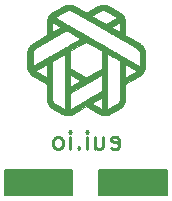
<source format=gbs>
G04 #@! TF.GenerationSoftware,KiCad,Pcbnew,(5.0.1-3-g963ef8bb5)*
G04 #@! TF.CreationDate,2018-11-23T17:34:31+10:30*
G04 #@! TF.ProjectId,electric-greetings,656C6563747269632D6772656574696E,1.0.0*
G04 #@! TF.SameCoordinates,Original*
G04 #@! TF.FileFunction,Soldermask,Bot*
G04 #@! TF.FilePolarity,Negative*
%FSLAX46Y46*%
G04 Gerber Fmt 4.6, Leading zero omitted, Abs format (unit mm)*
G04 Created by KiCad (PCBNEW (5.0.1-3-g963ef8bb5)) date Friday, 23 November 2018 at 05:34:31 pm*
%MOMM*%
%LPD*%
G01*
G04 APERTURE LIST*
%ADD10C,0.150000*%
%ADD11C,0.230000*%
%ADD12C,0.010000*%
G04 APERTURE END LIST*
D10*
G36*
X99174500Y-98511500D02*
X104889500Y-98511500D01*
X104889500Y-100670500D01*
X99174500Y-100670500D01*
X99174500Y-98511500D01*
G37*
X99174500Y-98511500D02*
X104889500Y-98511500D01*
X104889500Y-100670500D01*
X99174500Y-100670500D01*
X99174500Y-98511500D01*
G36*
X107175500Y-98511500D02*
X112890500Y-98511500D01*
X112890500Y-100670500D01*
X107175500Y-100670500D01*
X107175500Y-98511500D01*
G37*
X107175500Y-98511500D02*
X112890500Y-98511500D01*
X112890500Y-100670500D01*
X107175500Y-100670500D01*
X107175500Y-98511500D01*
D11*
X108187857Y-96682642D02*
X108330714Y-96754071D01*
X108616428Y-96754071D01*
X108759285Y-96682642D01*
X108830714Y-96539785D01*
X108830714Y-95968357D01*
X108759285Y-95825500D01*
X108616428Y-95754071D01*
X108330714Y-95754071D01*
X108187857Y-95825500D01*
X108116428Y-95968357D01*
X108116428Y-96111214D01*
X108830714Y-96254071D01*
X106830714Y-95754071D02*
X106830714Y-96754071D01*
X107473571Y-95754071D02*
X107473571Y-96539785D01*
X107402142Y-96682642D01*
X107259285Y-96754071D01*
X107045000Y-96754071D01*
X106902142Y-96682642D01*
X106830714Y-96611214D01*
X106116428Y-96754071D02*
X106116428Y-95754071D01*
X106116428Y-95254071D02*
X106187857Y-95325500D01*
X106116428Y-95396928D01*
X106045000Y-95325500D01*
X106116428Y-95254071D01*
X106116428Y-95396928D01*
X105402142Y-96611214D02*
X105330714Y-96682642D01*
X105402142Y-96754071D01*
X105473571Y-96682642D01*
X105402142Y-96611214D01*
X105402142Y-96754071D01*
X104687857Y-96754071D02*
X104687857Y-95754071D01*
X104687857Y-95254071D02*
X104759285Y-95325500D01*
X104687857Y-95396928D01*
X104616428Y-95325500D01*
X104687857Y-95254071D01*
X104687857Y-95396928D01*
X103759285Y-96754071D02*
X103902142Y-96682642D01*
X103973571Y-96611214D01*
X104045000Y-96468357D01*
X104045000Y-96039785D01*
X103973571Y-95896928D01*
X103902142Y-95825500D01*
X103759285Y-95754071D01*
X103545000Y-95754071D01*
X103402142Y-95825500D01*
X103330714Y-95896928D01*
X103259285Y-96039785D01*
X103259285Y-96468357D01*
X103330714Y-96611214D01*
X103402142Y-96682642D01*
X103545000Y-96754071D01*
X103759285Y-96754071D01*
D12*
G04 #@! TO.C,LOGO1*
G36*
X104512988Y-84539032D02*
X104446567Y-84546473D01*
X104413451Y-84551891D01*
X104355831Y-84564325D01*
X104297855Y-84580698D01*
X104240672Y-84600628D01*
X104185431Y-84623733D01*
X104157162Y-84637221D01*
X104150941Y-84640474D01*
X104141011Y-84645862D01*
X104127588Y-84653262D01*
X104110889Y-84662550D01*
X104091130Y-84673602D01*
X104068526Y-84686296D01*
X104043296Y-84700507D01*
X104015654Y-84716112D01*
X103985818Y-84732988D01*
X103954003Y-84751010D01*
X103920427Y-84770055D01*
X103885305Y-84790000D01*
X103848853Y-84810721D01*
X103811289Y-84832094D01*
X103772829Y-84853997D01*
X103733688Y-84876304D01*
X103694083Y-84898894D01*
X103654232Y-84921641D01*
X103614349Y-84944424D01*
X103574651Y-84967117D01*
X103535355Y-84989598D01*
X103496677Y-85011742D01*
X103458834Y-85033427D01*
X103422041Y-85054529D01*
X103386515Y-85074924D01*
X103352473Y-85094489D01*
X103320131Y-85113099D01*
X103289705Y-85130632D01*
X103261411Y-85146964D01*
X103235467Y-85161972D01*
X103212088Y-85175531D01*
X103191490Y-85187518D01*
X103173890Y-85197810D01*
X103159505Y-85206283D01*
X103148551Y-85212814D01*
X103141243Y-85217278D01*
X103138874Y-85218797D01*
X103085055Y-85257312D01*
X103034100Y-85299286D01*
X102986212Y-85344515D01*
X102941595Y-85392796D01*
X102900452Y-85443925D01*
X102866586Y-85492167D01*
X102858642Y-85504168D01*
X102851251Y-85515146D01*
X102844886Y-85524408D01*
X102840026Y-85531264D01*
X102837144Y-85535020D01*
X102837025Y-85535153D01*
X102833650Y-85539386D01*
X102832243Y-85542227D01*
X102832243Y-85542229D01*
X102831245Y-85544747D01*
X102828461Y-85550677D01*
X102824213Y-85559365D01*
X102818820Y-85570157D01*
X102812602Y-85582402D01*
X102811831Y-85583909D01*
X102782750Y-85645292D01*
X102758162Y-85707255D01*
X102737995Y-85770065D01*
X102722176Y-85833989D01*
X102710632Y-85899292D01*
X102703291Y-85966243D01*
X102701845Y-85987581D01*
X102701603Y-85994098D01*
X102701372Y-86005050D01*
X102701151Y-86020293D01*
X102700941Y-86039686D01*
X102700743Y-86063087D01*
X102700558Y-86090352D01*
X102700385Y-86121341D01*
X102700226Y-86155910D01*
X102700081Y-86193917D01*
X102699951Y-86235221D01*
X102699836Y-86279678D01*
X102699737Y-86327146D01*
X102699654Y-86377484D01*
X102699589Y-86430548D01*
X102699540Y-86486197D01*
X102699510Y-86544288D01*
X102699501Y-86581392D01*
X102699414Y-87136302D01*
X102132580Y-87462383D01*
X102084977Y-87489771D01*
X102038187Y-87516697D01*
X101992382Y-87543062D01*
X101947732Y-87568769D01*
X101904408Y-87593719D01*
X101862578Y-87617813D01*
X101822415Y-87640954D01*
X101784089Y-87663043D01*
X101747770Y-87683981D01*
X101713628Y-87703672D01*
X101681834Y-87722015D01*
X101652558Y-87738914D01*
X101625971Y-87754269D01*
X101602243Y-87767982D01*
X101581545Y-87779955D01*
X101564047Y-87790090D01*
X101549919Y-87798289D01*
X101539332Y-87804452D01*
X101532457Y-87808483D01*
X101530453Y-87809674D01*
X101474213Y-87846115D01*
X101420853Y-87886073D01*
X101370500Y-87929408D01*
X101323283Y-87975978D01*
X101279330Y-88025644D01*
X101238767Y-88078266D01*
X101201724Y-88133702D01*
X101168329Y-88191813D01*
X101151241Y-88225527D01*
X101124061Y-88286743D01*
X101101298Y-88348864D01*
X101082893Y-88412111D01*
X101068789Y-88476703D01*
X101058929Y-88542859D01*
X101054340Y-88592798D01*
X101054094Y-88598743D01*
X101053858Y-88609150D01*
X101053632Y-88623905D01*
X101053419Y-88642893D01*
X101053217Y-88666001D01*
X101053027Y-88693114D01*
X101052851Y-88724117D01*
X101052688Y-88758896D01*
X101052538Y-88797337D01*
X101052403Y-88839326D01*
X101052282Y-88884747D01*
X101052176Y-88933488D01*
X101052086Y-88985432D01*
X101052012Y-89040467D01*
X101051955Y-89098478D01*
X101051914Y-89159350D01*
X101051895Y-89206059D01*
X101051880Y-89267741D01*
X101051870Y-89325018D01*
X101051869Y-89378061D01*
X101051876Y-89427040D01*
X101051893Y-89472128D01*
X101051920Y-89513495D01*
X101051959Y-89551313D01*
X101052010Y-89585752D01*
X101052074Y-89616985D01*
X101052153Y-89645181D01*
X101052247Y-89670513D01*
X101052357Y-89693151D01*
X101052485Y-89713267D01*
X101052630Y-89731032D01*
X101052795Y-89746616D01*
X101052980Y-89760192D01*
X101053186Y-89771931D01*
X101053413Y-89782003D01*
X101053664Y-89790580D01*
X101053938Y-89797832D01*
X101054237Y-89803932D01*
X101054562Y-89809051D01*
X101054914Y-89813358D01*
X101055293Y-89817027D01*
X101055294Y-89817032D01*
X101065264Y-89883854D01*
X101079561Y-89949368D01*
X101098138Y-90013414D01*
X101120948Y-90075833D01*
X101147944Y-90136467D01*
X101151782Y-90144257D01*
X101183670Y-90203205D01*
X101219248Y-90259536D01*
X101258386Y-90313102D01*
X101300953Y-90363756D01*
X101346820Y-90411349D01*
X101395857Y-90455734D01*
X101447933Y-90496762D01*
X101483297Y-90521524D01*
X101488505Y-90524817D01*
X101497534Y-90530301D01*
X101510236Y-90537891D01*
X101526464Y-90547500D01*
X101546068Y-90559042D01*
X101568902Y-90572432D01*
X101594816Y-90587584D01*
X101623663Y-90604410D01*
X101655294Y-90622826D01*
X101689563Y-90642744D01*
X101726319Y-90664080D01*
X101765416Y-90686746D01*
X101806705Y-90710658D01*
X101850038Y-90735728D01*
X101895267Y-90761871D01*
X101942244Y-90789000D01*
X101990820Y-90817030D01*
X102040848Y-90845875D01*
X102092180Y-90875448D01*
X102109716Y-90885546D01*
X102699523Y-91225124D01*
X102699556Y-91852290D01*
X102699562Y-91918321D01*
X102699574Y-91979946D01*
X102699593Y-92037333D01*
X102699622Y-92090652D01*
X102699663Y-92140074D01*
X102699717Y-92185767D01*
X102699786Y-92227901D01*
X102699872Y-92266646D01*
X102699978Y-92302172D01*
X102700104Y-92334648D01*
X102700253Y-92364244D01*
X102700427Y-92391130D01*
X102700628Y-92415475D01*
X102700856Y-92437448D01*
X102701116Y-92457220D01*
X102701407Y-92474960D01*
X102701733Y-92490838D01*
X102702094Y-92505024D01*
X102702493Y-92517686D01*
X102702933Y-92528995D01*
X102703413Y-92539120D01*
X102703938Y-92548232D01*
X102704507Y-92556499D01*
X102705124Y-92564091D01*
X102705791Y-92571178D01*
X102706508Y-92577930D01*
X102707278Y-92584515D01*
X102707727Y-92588149D01*
X102718293Y-92654299D01*
X102733138Y-92719148D01*
X102752141Y-92782507D01*
X102775185Y-92844190D01*
X102802151Y-92904009D01*
X102832918Y-92961776D01*
X102867369Y-93017304D01*
X102905384Y-93070405D01*
X102946845Y-93120893D01*
X102991632Y-93168578D01*
X103039627Y-93213275D01*
X103090710Y-93254795D01*
X103144762Y-93292951D01*
X103162025Y-93304018D01*
X103166803Y-93306896D01*
X103175294Y-93311880D01*
X103187267Y-93318836D01*
X103202491Y-93327634D01*
X103220735Y-93338143D01*
X103241768Y-93350230D01*
X103265358Y-93363764D01*
X103291276Y-93378615D01*
X103319290Y-93394649D01*
X103349168Y-93411736D01*
X103380681Y-93429744D01*
X103413597Y-93448542D01*
X103447685Y-93467998D01*
X103482714Y-93487980D01*
X103518454Y-93508358D01*
X103554672Y-93528999D01*
X103591139Y-93549771D01*
X103627624Y-93570545D01*
X103663894Y-93591187D01*
X103699720Y-93611566D01*
X103734871Y-93631552D01*
X103769115Y-93651011D01*
X103802221Y-93669814D01*
X103833959Y-93687828D01*
X103864097Y-93704921D01*
X103892405Y-93720963D01*
X103918652Y-93735821D01*
X103942606Y-93749364D01*
X103964037Y-93761461D01*
X103982714Y-93771981D01*
X103998405Y-93780790D01*
X104010881Y-93787759D01*
X104019909Y-93792755D01*
X104025259Y-93795647D01*
X104026057Y-93796058D01*
X104082969Y-93822132D01*
X104142578Y-93844805D01*
X104204354Y-93863918D01*
X104267763Y-93879312D01*
X104332275Y-93890830D01*
X104353955Y-93893783D01*
X104362989Y-93894638D01*
X104375750Y-93895456D01*
X104391474Y-93896219D01*
X104409396Y-93896911D01*
X104428753Y-93897513D01*
X104448779Y-93898011D01*
X104468711Y-93898385D01*
X104487783Y-93898620D01*
X104505231Y-93898698D01*
X104520292Y-93898602D01*
X104532199Y-93898315D01*
X104539306Y-93897906D01*
X104600926Y-93890917D01*
X104659818Y-93881013D01*
X104716813Y-93867963D01*
X104772741Y-93851537D01*
X104828433Y-93831504D01*
X104884719Y-93807634D01*
X104914017Y-93793862D01*
X104919462Y-93791039D01*
X104928720Y-93786010D01*
X104941640Y-93778862D01*
X104958073Y-93769679D01*
X104977869Y-93758547D01*
X105000878Y-93745551D01*
X105026950Y-93730776D01*
X105055935Y-93714309D01*
X105087685Y-93696234D01*
X105122048Y-93676637D01*
X105158876Y-93655602D01*
X105198018Y-93633217D01*
X105239325Y-93609565D01*
X105282646Y-93584732D01*
X105327833Y-93558804D01*
X105374735Y-93531866D01*
X105423202Y-93504004D01*
X105473085Y-93475302D01*
X105495684Y-93462291D01*
X106040163Y-93148751D01*
X106583190Y-93461406D01*
X106629748Y-93488203D01*
X106675484Y-93514510D01*
X106720226Y-93540227D01*
X106763799Y-93565256D01*
X106806031Y-93589497D01*
X106846746Y-93612851D01*
X106885772Y-93635218D01*
X106922934Y-93656500D01*
X106958060Y-93676596D01*
X106990976Y-93695409D01*
X107021507Y-93712837D01*
X107049480Y-93728784D01*
X107074722Y-93743148D01*
X107097059Y-93755831D01*
X107116318Y-93766734D01*
X107132323Y-93775757D01*
X107144903Y-93782801D01*
X107153883Y-93787767D01*
X107159090Y-93790555D01*
X107159397Y-93790711D01*
X107216227Y-93817113D01*
X107273785Y-93839569D01*
X107332616Y-93858241D01*
X107393268Y-93873288D01*
X107456290Y-93884872D01*
X107499207Y-93890671D01*
X107510458Y-93891637D01*
X107525922Y-93892417D01*
X107545240Y-93893000D01*
X107568053Y-93893376D01*
X107593999Y-93893536D01*
X107603324Y-93893539D01*
X107631861Y-93893376D01*
X107656746Y-93892896D01*
X107678898Y-93892022D01*
X107699235Y-93890678D01*
X107718677Y-93888788D01*
X107738141Y-93886274D01*
X107758548Y-93883060D01*
X107780814Y-93879069D01*
X107784099Y-93878450D01*
X107815021Y-93871905D01*
X107847733Y-93863724D01*
X107881288Y-93854217D01*
X107914744Y-93843689D01*
X107947153Y-93832451D01*
X107977571Y-93820809D01*
X108005054Y-93809071D01*
X108022363Y-93800799D01*
X108027639Y-93798000D01*
X108036607Y-93793074D01*
X108049039Y-93786152D01*
X108064707Y-93777365D01*
X108083385Y-93766842D01*
X108104846Y-93754713D01*
X108128862Y-93741108D01*
X108155205Y-93726158D01*
X108183650Y-93709993D01*
X108213968Y-93692742D01*
X108245932Y-93674536D01*
X108279315Y-93655504D01*
X108313889Y-93635778D01*
X108349429Y-93615486D01*
X108385705Y-93594759D01*
X108422492Y-93573727D01*
X108459561Y-93552521D01*
X108496686Y-93531269D01*
X108533639Y-93510103D01*
X108570193Y-93489152D01*
X108606122Y-93468546D01*
X108641196Y-93448416D01*
X108675191Y-93428891D01*
X108707877Y-93410102D01*
X108739028Y-93392178D01*
X108768417Y-93375250D01*
X108795816Y-93359448D01*
X108820999Y-93344902D01*
X108843737Y-93331741D01*
X108863804Y-93320097D01*
X108880973Y-93310098D01*
X108895016Y-93301876D01*
X108905706Y-93295560D01*
X108912815Y-93291280D01*
X108915658Y-93289487D01*
X108967733Y-93251918D01*
X109017663Y-93210470D01*
X109065152Y-93165450D01*
X109109905Y-93117164D01*
X109151628Y-93065920D01*
X109190026Y-93012024D01*
X109205579Y-92987889D01*
X109215330Y-92971577D01*
X109226169Y-92952257D01*
X109237586Y-92930936D01*
X109249070Y-92908623D01*
X109260110Y-92886325D01*
X109270196Y-92865051D01*
X109278818Y-92845808D01*
X109284595Y-92831852D01*
X109302649Y-92782637D01*
X109317705Y-92734426D01*
X109330000Y-92686176D01*
X109339769Y-92636844D01*
X109347248Y-92585389D01*
X109352632Y-92531273D01*
X109352996Y-92526257D01*
X109353334Y-92520560D01*
X109353647Y-92514017D01*
X109353937Y-92506461D01*
X109354205Y-92497723D01*
X109354451Y-92487638D01*
X109354675Y-92476038D01*
X109354880Y-92462757D01*
X109355066Y-92447626D01*
X109355234Y-92430481D01*
X109355384Y-92411152D01*
X109355518Y-92389474D01*
X109355636Y-92365280D01*
X109355739Y-92338402D01*
X109355829Y-92308674D01*
X109355906Y-92275928D01*
X109355970Y-92239997D01*
X109356024Y-92200715D01*
X109356067Y-92157915D01*
X109356101Y-92111429D01*
X109356126Y-92061091D01*
X109356144Y-92006733D01*
X109356155Y-91948189D01*
X109356160Y-91885292D01*
X109356161Y-91863093D01*
X109356168Y-91239203D01*
X109957840Y-90892887D01*
X110006704Y-90864753D01*
X110054662Y-90837121D01*
X110101555Y-90810086D01*
X110147223Y-90783739D01*
X110191505Y-90758174D01*
X110234243Y-90733483D01*
X110275275Y-90709759D01*
X110314443Y-90687094D01*
X110351586Y-90665583D01*
X110386544Y-90645316D01*
X110419157Y-90626388D01*
X110449266Y-90608890D01*
X110476711Y-90592916D01*
X110501330Y-90578559D01*
X110522966Y-90565911D01*
X110541457Y-90555064D01*
X110556645Y-90546113D01*
X110568368Y-90539149D01*
X110576466Y-90534265D01*
X110580781Y-90531554D01*
X110581097Y-90531337D01*
X110592787Y-90523107D01*
X110606029Y-90513817D01*
X110618699Y-90504957D01*
X110624044Y-90501230D01*
X110675874Y-90462420D01*
X110725019Y-90420106D01*
X110771248Y-90374569D01*
X110814329Y-90326085D01*
X110854031Y-90274934D01*
X110890123Y-90221394D01*
X110922374Y-90165742D01*
X110935427Y-90139114D01*
X110346982Y-90139114D01*
X110346184Y-90140995D01*
X110342731Y-90143935D01*
X110340137Y-90145507D01*
X110333811Y-90149224D01*
X110323958Y-90154969D01*
X110310784Y-90162624D01*
X110294495Y-90172068D01*
X110275296Y-90183186D01*
X110253392Y-90195857D01*
X110228989Y-90209964D01*
X110202293Y-90225388D01*
X110173508Y-90242011D01*
X110142840Y-90259715D01*
X110110495Y-90278381D01*
X110076677Y-90297891D01*
X110041594Y-90318127D01*
X110005449Y-90338969D01*
X109968448Y-90360301D01*
X109930798Y-90382003D01*
X109892702Y-90403957D01*
X109854368Y-90426045D01*
X109815999Y-90448148D01*
X109777802Y-90470148D01*
X109739982Y-90491927D01*
X109702745Y-90513367D01*
X109666295Y-90534348D01*
X109630839Y-90554753D01*
X109596581Y-90574463D01*
X109563728Y-90593360D01*
X109532484Y-90611326D01*
X109503056Y-90628242D01*
X109475648Y-90643989D01*
X109450465Y-90658451D01*
X109427715Y-90671507D01*
X109407601Y-90683040D01*
X109390330Y-90692931D01*
X109376106Y-90701063D01*
X109365135Y-90707316D01*
X109357624Y-90711573D01*
X109353776Y-90713714D01*
X109353293Y-90713957D01*
X109353141Y-90711708D01*
X109352992Y-90705077D01*
X109352847Y-90694255D01*
X109352708Y-90679438D01*
X109352573Y-90660818D01*
X109352445Y-90638589D01*
X109352323Y-90612944D01*
X109352208Y-90584077D01*
X109352101Y-90552182D01*
X109352002Y-90517451D01*
X109351912Y-90480078D01*
X109351831Y-90440258D01*
X109351761Y-90398182D01*
X109351701Y-90354045D01*
X109351652Y-90308041D01*
X109351615Y-90260362D01*
X109351590Y-90211202D01*
X109351578Y-90160755D01*
X109351577Y-90140580D01*
X109351578Y-90079894D01*
X109351583Y-90023620D01*
X109351594Y-89971593D01*
X109351610Y-89923650D01*
X109351632Y-89879625D01*
X109351663Y-89839353D01*
X109351704Y-89802671D01*
X109351754Y-89769413D01*
X109351815Y-89739415D01*
X109351889Y-89712513D01*
X109351977Y-89688541D01*
X109352079Y-89667336D01*
X109352196Y-89648733D01*
X109352330Y-89632567D01*
X109352482Y-89618674D01*
X109352653Y-89606888D01*
X109352843Y-89597046D01*
X109353055Y-89588984D01*
X109353289Y-89582535D01*
X109353546Y-89577536D01*
X109353827Y-89573823D01*
X109354133Y-89571230D01*
X109354466Y-89569593D01*
X109354826Y-89568748D01*
X109355214Y-89568530D01*
X109355323Y-89568556D01*
X109357568Y-89569792D01*
X109363568Y-89573192D01*
X109373119Y-89578637D01*
X109386013Y-89586009D01*
X109402046Y-89595190D01*
X109421012Y-89606061D01*
X109442705Y-89618504D01*
X109466921Y-89632402D01*
X109493452Y-89647635D01*
X109522094Y-89664085D01*
X109552641Y-89681634D01*
X109584887Y-89700164D01*
X109618627Y-89719557D01*
X109653656Y-89739694D01*
X109689767Y-89760456D01*
X109726755Y-89781726D01*
X109764415Y-89803386D01*
X109802540Y-89825316D01*
X109840926Y-89847399D01*
X109879366Y-89869517D01*
X109917655Y-89891550D01*
X109955588Y-89913382D01*
X109992959Y-89934893D01*
X110029562Y-89955965D01*
X110065192Y-89976481D01*
X110099642Y-89996321D01*
X110132709Y-90015367D01*
X110164185Y-90033501D01*
X110193865Y-90050606D01*
X110221545Y-90066561D01*
X110247017Y-90081250D01*
X110270077Y-90094554D01*
X110290519Y-90106355D01*
X110308137Y-90116534D01*
X110322725Y-90124973D01*
X110334079Y-90131553D01*
X110341993Y-90136158D01*
X110346260Y-90138667D01*
X110346982Y-90139114D01*
X110935427Y-90139114D01*
X110950553Y-90108259D01*
X110950829Y-90107641D01*
X110973009Y-90054090D01*
X110991772Y-90000314D01*
X111007295Y-89945612D01*
X111019749Y-89889281D01*
X111029311Y-89830620D01*
X111036154Y-89768928D01*
X111036798Y-89761322D01*
X111037230Y-89753651D01*
X111037638Y-89741667D01*
X111038021Y-89725627D01*
X111038379Y-89705784D01*
X111038713Y-89682396D01*
X111039021Y-89655717D01*
X111039305Y-89626004D01*
X111039563Y-89593512D01*
X111039797Y-89558497D01*
X111040006Y-89521214D01*
X111040190Y-89481919D01*
X111040348Y-89440869D01*
X111040483Y-89398318D01*
X111040592Y-89354522D01*
X111040677Y-89309736D01*
X111040736Y-89264218D01*
X111040771Y-89218221D01*
X111040780Y-89173775D01*
X110582676Y-89173775D01*
X110582676Y-89174495D01*
X110582674Y-89235602D01*
X110582666Y-89292293D01*
X110582653Y-89344729D01*
X110582632Y-89393071D01*
X110582603Y-89437479D01*
X110582566Y-89478114D01*
X110582518Y-89515136D01*
X110582460Y-89548707D01*
X110582389Y-89578987D01*
X110582306Y-89606137D01*
X110582210Y-89630318D01*
X110582098Y-89651689D01*
X110581971Y-89670413D01*
X110581828Y-89686649D01*
X110581667Y-89700559D01*
X110581487Y-89712303D01*
X110581288Y-89722041D01*
X110581069Y-89729935D01*
X110580829Y-89736146D01*
X110580566Y-89740833D01*
X110580280Y-89744158D01*
X110579970Y-89746281D01*
X110579635Y-89747364D01*
X110579295Y-89747575D01*
X110577148Y-89746374D01*
X110571136Y-89742946D01*
X110561357Y-89737350D01*
X110547911Y-89729641D01*
X110530898Y-89719878D01*
X110510418Y-89708119D01*
X110486570Y-89694420D01*
X110459455Y-89678839D01*
X110429171Y-89661433D01*
X110395820Y-89642260D01*
X110359500Y-89621377D01*
X110320311Y-89598842D01*
X110278353Y-89574711D01*
X110233725Y-89549042D01*
X110186529Y-89521893D01*
X110136862Y-89493321D01*
X110084826Y-89463384D01*
X110030519Y-89432138D01*
X109974042Y-89399642D01*
X109915494Y-89365951D01*
X109854975Y-89331125D01*
X109809477Y-89304941D01*
X108898521Y-89304941D01*
X108897910Y-90925378D01*
X108897299Y-92545816D01*
X108890927Y-92574419D01*
X108877651Y-92623926D01*
X108860400Y-92671254D01*
X108839253Y-92716280D01*
X108814291Y-92758879D01*
X108785594Y-92798925D01*
X108753242Y-92836295D01*
X108717315Y-92870863D01*
X108682171Y-92899342D01*
X108677259Y-92902658D01*
X108668717Y-92908020D01*
X108656896Y-92915219D01*
X108642147Y-92924049D01*
X108624825Y-92934303D01*
X108605281Y-92945772D01*
X108583866Y-92958249D01*
X108560935Y-92971527D01*
X108536838Y-92985398D01*
X108511929Y-92999654D01*
X108509487Y-93001047D01*
X108487178Y-93013770D01*
X108461344Y-93028501D01*
X108432435Y-93044983D01*
X108400901Y-93062961D01*
X108367193Y-93082176D01*
X108331763Y-93102373D01*
X108295060Y-93123293D01*
X108257535Y-93144681D01*
X108219639Y-93166279D01*
X108181823Y-93187831D01*
X108144537Y-93209079D01*
X108108232Y-93229767D01*
X108090730Y-93239740D01*
X107826433Y-93390336D01*
X107826047Y-92882171D01*
X107372207Y-92882171D01*
X107372207Y-92884482D01*
X107372203Y-92942942D01*
X107372188Y-92996977D01*
X107372163Y-93046740D01*
X107372127Y-93092384D01*
X107372078Y-93134060D01*
X107372016Y-93171922D01*
X107371940Y-93206120D01*
X107371848Y-93236808D01*
X107371741Y-93264138D01*
X107371617Y-93288262D01*
X107371476Y-93309333D01*
X107371316Y-93327502D01*
X107371137Y-93342923D01*
X107370938Y-93355747D01*
X107370717Y-93366126D01*
X107370475Y-93374214D01*
X107370210Y-93380162D01*
X107369921Y-93384122D01*
X107369608Y-93386248D01*
X107369347Y-93386729D01*
X107366268Y-93385675D01*
X107360144Y-93382844D01*
X107351926Y-93378696D01*
X107344443Y-93374716D01*
X107339223Y-93371814D01*
X107330449Y-93366858D01*
X107318342Y-93359973D01*
X107303124Y-93351289D01*
X107285016Y-93340932D01*
X107264240Y-93329030D01*
X107241017Y-93315712D01*
X107215567Y-93301103D01*
X107188114Y-93285333D01*
X107158877Y-93268528D01*
X107128078Y-93250817D01*
X107095939Y-93232326D01*
X107062680Y-93213184D01*
X107028524Y-93193518D01*
X106993691Y-93173456D01*
X106958404Y-93153125D01*
X106922882Y-93132652D01*
X106887348Y-93112167D01*
X106852023Y-93091795D01*
X106817128Y-93071665D01*
X106782884Y-93051904D01*
X106749514Y-93032640D01*
X106717238Y-93014001D01*
X106686277Y-92996113D01*
X106656853Y-92979106D01*
X106629188Y-92963106D01*
X106603502Y-92948240D01*
X106580017Y-92934637D01*
X106558954Y-92922425D01*
X106540535Y-92911729D01*
X106524981Y-92902680D01*
X106512513Y-92895403D01*
X106503353Y-92890027D01*
X106497722Y-92886679D01*
X106495841Y-92885488D01*
X106497784Y-92884232D01*
X106503478Y-92880823D01*
X106512705Y-92875389D01*
X106525247Y-92868054D01*
X106540884Y-92858944D01*
X106559399Y-92848185D01*
X106580573Y-92835903D01*
X106604188Y-92822223D01*
X106630025Y-92807272D01*
X106657866Y-92791174D01*
X106687493Y-92774056D01*
X106718687Y-92756044D01*
X106751230Y-92737263D01*
X106784904Y-92717838D01*
X106819489Y-92697896D01*
X106854768Y-92677563D01*
X106890523Y-92656964D01*
X106926534Y-92636224D01*
X106962584Y-92615470D01*
X106998454Y-92594828D01*
X107033926Y-92574423D01*
X107068781Y-92554380D01*
X107102801Y-92534826D01*
X107135767Y-92515887D01*
X107167462Y-92497687D01*
X107197667Y-92480353D01*
X107226163Y-92464011D01*
X107252732Y-92448786D01*
X107277156Y-92434804D01*
X107299215Y-92422191D01*
X107318693Y-92411073D01*
X107335371Y-92401574D01*
X107349029Y-92393822D01*
X107359450Y-92387941D01*
X107366415Y-92384058D01*
X107369707Y-92382298D01*
X107369943Y-92382203D01*
X107370230Y-92384487D01*
X107370498Y-92391321D01*
X107370748Y-92402678D01*
X107370978Y-92418533D01*
X107371188Y-92438858D01*
X107371380Y-92463628D01*
X107371552Y-92492815D01*
X107371704Y-92526393D01*
X107371836Y-92564336D01*
X107371948Y-92606617D01*
X107372041Y-92653210D01*
X107372113Y-92704089D01*
X107372165Y-92759226D01*
X107372196Y-92818595D01*
X107372207Y-92882171D01*
X107826047Y-92882171D01*
X107825717Y-92448635D01*
X107825675Y-92387958D01*
X107825641Y-92322968D01*
X107825613Y-92253926D01*
X107825591Y-92181094D01*
X107825575Y-92104736D01*
X107825566Y-92025113D01*
X107825562Y-91942488D01*
X107825565Y-91857122D01*
X107825573Y-91769280D01*
X107825587Y-91679223D01*
X107825607Y-91587213D01*
X107825632Y-91493512D01*
X107825663Y-91398384D01*
X107825699Y-91302091D01*
X107825740Y-91204894D01*
X107825769Y-91143498D01*
X107372207Y-91143498D01*
X107372207Y-91855172D01*
X106038707Y-92622964D01*
X105951186Y-92673356D01*
X105867544Y-92721515D01*
X105787691Y-92767492D01*
X105711540Y-92811337D01*
X105639003Y-92853101D01*
X105569991Y-92892834D01*
X105504418Y-92930588D01*
X105442194Y-92966412D01*
X105383232Y-93000358D01*
X105327443Y-93032475D01*
X105274740Y-93062815D01*
X105225034Y-93091428D01*
X105178238Y-93118365D01*
X105134263Y-93143676D01*
X105093021Y-93167412D01*
X105054424Y-93189624D01*
X105018384Y-93210362D01*
X104984813Y-93229676D01*
X104953623Y-93247618D01*
X104924726Y-93264238D01*
X104898033Y-93279587D01*
X104873458Y-93293714D01*
X104850911Y-93306672D01*
X104830304Y-93318510D01*
X104811550Y-93329279D01*
X104794561Y-93339029D01*
X104779247Y-93347812D01*
X104765523Y-93355678D01*
X104753298Y-93362677D01*
X104742485Y-93368860D01*
X104732997Y-93374278D01*
X104724744Y-93378981D01*
X104717640Y-93383020D01*
X104711595Y-93386446D01*
X104706522Y-93389308D01*
X104702333Y-93391658D01*
X104698940Y-93393547D01*
X104696254Y-93395025D01*
X104694187Y-93396142D01*
X104692653Y-93396949D01*
X104691561Y-93397497D01*
X104690825Y-93397836D01*
X104690356Y-93398017D01*
X104690066Y-93398091D01*
X104689867Y-93398108D01*
X104689758Y-93398111D01*
X104689621Y-93395860D01*
X104689491Y-93389207D01*
X104689367Y-93378329D01*
X104689251Y-93363401D01*
X104689143Y-93344598D01*
X104689042Y-93322096D01*
X104688949Y-93296071D01*
X104688864Y-93266698D01*
X104688788Y-93234152D01*
X104688721Y-93198609D01*
X104688663Y-93160245D01*
X104688614Y-93119235D01*
X104688575Y-93075755D01*
X104688547Y-93029980D01*
X104688528Y-92982085D01*
X104688520Y-92932246D01*
X104688523Y-92880639D01*
X104688538Y-92827439D01*
X104688564Y-92772822D01*
X104688601Y-92716963D01*
X104688614Y-92701257D01*
X104689189Y-92004311D01*
X105404279Y-91592426D01*
X105457478Y-91561787D01*
X105509744Y-91531692D01*
X105560933Y-91502223D01*
X105610901Y-91473464D01*
X105659503Y-91445497D01*
X105706595Y-91418404D01*
X105752033Y-91392270D01*
X105795672Y-91367177D01*
X105837368Y-91343208D01*
X105876977Y-91320446D01*
X105914354Y-91298973D01*
X105949354Y-91278873D01*
X105981834Y-91260229D01*
X106011650Y-91243123D01*
X106038656Y-91227639D01*
X106062708Y-91213859D01*
X106083662Y-91201866D01*
X106101374Y-91191744D01*
X106115699Y-91183575D01*
X106126493Y-91177441D01*
X106133611Y-91173427D01*
X106136910Y-91171615D01*
X106136918Y-91171610D01*
X106140302Y-91169756D01*
X106147494Y-91165707D01*
X106158336Y-91159553D01*
X106172670Y-91151385D01*
X106190340Y-91141293D01*
X106211187Y-91129367D01*
X106235055Y-91115699D01*
X106261786Y-91100377D01*
X106291222Y-91083494D01*
X106323206Y-91065138D01*
X106357580Y-91045401D01*
X106394188Y-91024373D01*
X106432871Y-91002144D01*
X106473473Y-90978804D01*
X106496821Y-90965378D01*
X105578610Y-90965378D01*
X105576796Y-90966626D01*
X105571229Y-90970031D01*
X105562126Y-90975466D01*
X105549704Y-90982808D01*
X105534177Y-90991931D01*
X105515763Y-91002711D01*
X105494677Y-91015023D01*
X105471135Y-91028742D01*
X105445353Y-91043743D01*
X105417547Y-91059902D01*
X105387934Y-91077095D01*
X105356728Y-91095195D01*
X105324147Y-91114078D01*
X105290406Y-91133621D01*
X105255721Y-91153697D01*
X105220308Y-91174182D01*
X105184383Y-91194952D01*
X105148163Y-91215881D01*
X105111863Y-91236845D01*
X105075699Y-91257719D01*
X105039887Y-91278379D01*
X105004643Y-91298699D01*
X104970184Y-91318555D01*
X104936725Y-91337821D01*
X104904482Y-91356375D01*
X104873671Y-91374089D01*
X104844508Y-91390841D01*
X104817210Y-91406504D01*
X104791992Y-91420955D01*
X104769070Y-91434068D01*
X104748661Y-91445719D01*
X104730979Y-91455782D01*
X104716242Y-91464134D01*
X104704665Y-91470650D01*
X104696465Y-91475204D01*
X104691857Y-91477672D01*
X104690906Y-91478099D01*
X104690576Y-91477320D01*
X104690271Y-91474828D01*
X104689990Y-91470472D01*
X104689732Y-91464101D01*
X104689496Y-91455565D01*
X104689281Y-91444712D01*
X104689087Y-91431392D01*
X104688913Y-91415454D01*
X104688757Y-91396747D01*
X104688620Y-91375121D01*
X104688499Y-91350425D01*
X104688395Y-91322507D01*
X104688306Y-91291218D01*
X104688232Y-91256405D01*
X104688171Y-91217920D01*
X104688123Y-91175610D01*
X104688088Y-91129325D01*
X104688064Y-91078915D01*
X104688050Y-91024228D01*
X104688050Y-91020998D01*
X104234964Y-91020998D01*
X104234964Y-91043554D01*
X104234963Y-91147118D01*
X104234959Y-91249569D01*
X104234954Y-91350812D01*
X104234945Y-91450751D01*
X104234935Y-91549290D01*
X104234923Y-91646334D01*
X104234908Y-91741787D01*
X104234891Y-91835554D01*
X104234873Y-91927538D01*
X104234852Y-92017645D01*
X104234830Y-92105778D01*
X104234805Y-92191842D01*
X104234779Y-92275742D01*
X104234751Y-92357380D01*
X104234722Y-92436663D01*
X104234690Y-92513495D01*
X104234657Y-92587779D01*
X104234623Y-92659420D01*
X104234587Y-92728322D01*
X104234550Y-92794390D01*
X104234511Y-92857528D01*
X104234471Y-92917641D01*
X104234429Y-92974633D01*
X104234387Y-93028407D01*
X104234343Y-93078870D01*
X104234298Y-93125924D01*
X104234252Y-93169474D01*
X104234204Y-93209425D01*
X104234156Y-93245681D01*
X104234107Y-93278147D01*
X104234057Y-93306726D01*
X104234006Y-93331323D01*
X104233954Y-93351842D01*
X104233902Y-93368188D01*
X104233849Y-93380265D01*
X104233795Y-93387978D01*
X104233741Y-93391231D01*
X104233729Y-93391338D01*
X104231118Y-93390387D01*
X104225973Y-93387986D01*
X104223358Y-93386678D01*
X104218972Y-93384317D01*
X104210893Y-93379836D01*
X104199351Y-93373367D01*
X104184581Y-93365043D01*
X104166813Y-93354997D01*
X104146282Y-93343361D01*
X104123219Y-93330270D01*
X104097856Y-93315855D01*
X104070427Y-93300249D01*
X104041163Y-93283586D01*
X104010297Y-93265997D01*
X103978062Y-93247618D01*
X103944689Y-93228579D01*
X103910412Y-93209014D01*
X103875463Y-93189055D01*
X103840074Y-93168837D01*
X103804478Y-93148491D01*
X103768907Y-93128150D01*
X103733594Y-93107948D01*
X103698771Y-93088018D01*
X103664670Y-93068491D01*
X103631524Y-93049501D01*
X103599566Y-93031182D01*
X103569027Y-93013665D01*
X103540141Y-92997084D01*
X103513140Y-92981572D01*
X103488256Y-92967261D01*
X103465721Y-92954284D01*
X103445769Y-92942775D01*
X103428631Y-92932866D01*
X103414541Y-92924690D01*
X103403729Y-92918380D01*
X103396430Y-92914069D01*
X103392875Y-92911889D01*
X103392874Y-92911889D01*
X103353878Y-92883226D01*
X103317480Y-92851027D01*
X103284113Y-92815730D01*
X103254210Y-92777773D01*
X103240396Y-92757476D01*
X103217808Y-92719429D01*
X103198781Y-92680547D01*
X103183063Y-92640148D01*
X103170402Y-92597546D01*
X103160548Y-92552060D01*
X103157034Y-92530942D01*
X103156799Y-92527127D01*
X103156565Y-92518837D01*
X103156331Y-92506172D01*
X103156097Y-92489233D01*
X103155866Y-92468121D01*
X103155635Y-92442936D01*
X103155406Y-92413780D01*
X103155180Y-92380753D01*
X103154955Y-92343956D01*
X103154733Y-92303490D01*
X103154514Y-92259456D01*
X103154298Y-92211955D01*
X103154085Y-92161087D01*
X103153875Y-92106953D01*
X103153670Y-92049655D01*
X103153468Y-91989293D01*
X103153271Y-91925967D01*
X103153079Y-91859779D01*
X103152891Y-91790830D01*
X103152709Y-91719220D01*
X103152532Y-91645050D01*
X103152361Y-91568422D01*
X103152195Y-91489435D01*
X103152036Y-91408191D01*
X103151883Y-91324791D01*
X103151738Y-91239335D01*
X103151599Y-91151924D01*
X103151467Y-91062659D01*
X103151343Y-90971641D01*
X103151227Y-90878971D01*
X103151119Y-90784750D01*
X103151019Y-90689078D01*
X103150928Y-90592056D01*
X103150845Y-90493786D01*
X103150772Y-90394367D01*
X103150708Y-90293902D01*
X103150654Y-90192490D01*
X103150632Y-90139436D01*
X102697234Y-90139436D01*
X102697230Y-90189666D01*
X102697215Y-90238683D01*
X102697192Y-90286291D01*
X102697160Y-90332293D01*
X102697120Y-90376494D01*
X102697072Y-90418698D01*
X102697017Y-90458708D01*
X102696955Y-90496329D01*
X102696886Y-90531364D01*
X102696811Y-90563617D01*
X102696731Y-90592892D01*
X102696646Y-90618994D01*
X102696555Y-90641725D01*
X102696461Y-90660890D01*
X102696362Y-90676294D01*
X102696260Y-90687738D01*
X102696155Y-90695029D01*
X102696047Y-90697969D01*
X102696030Y-90698023D01*
X102693965Y-90696897D01*
X102688108Y-90693586D01*
X102678632Y-90688189D01*
X102665712Y-90680806D01*
X102649521Y-90671536D01*
X102630231Y-90660480D01*
X102608017Y-90647737D01*
X102583053Y-90633407D01*
X102555511Y-90617588D01*
X102525565Y-90600382D01*
X102493388Y-90581887D01*
X102459155Y-90562203D01*
X102423038Y-90541431D01*
X102385211Y-90519669D01*
X102345848Y-90497017D01*
X102305122Y-90473575D01*
X102263206Y-90449442D01*
X102227503Y-90428882D01*
X102184512Y-90404118D01*
X102142456Y-90379883D01*
X102101515Y-90356282D01*
X102061870Y-90333419D01*
X102023702Y-90311399D01*
X101987192Y-90290326D01*
X101952520Y-90270304D01*
X101919867Y-90251440D01*
X101889415Y-90233836D01*
X101861344Y-90217598D01*
X101835835Y-90202830D01*
X101813068Y-90189636D01*
X101793225Y-90178122D01*
X101776487Y-90168392D01*
X101763034Y-90160550D01*
X101753048Y-90154701D01*
X101746708Y-90150950D01*
X101744428Y-90149559D01*
X101737027Y-90144399D01*
X101732192Y-90140249D01*
X101730554Y-90137669D01*
X101730702Y-90137352D01*
X101732822Y-90136059D01*
X101738701Y-90132604D01*
X101748129Y-90127107D01*
X101760898Y-90119688D01*
X101776801Y-90110468D01*
X101795627Y-90099565D01*
X101817170Y-90087102D01*
X101841219Y-90073197D01*
X101867568Y-90057971D01*
X101896006Y-90041545D01*
X101926326Y-90024037D01*
X101958320Y-90005570D01*
X101991778Y-89986261D01*
X102026493Y-89966233D01*
X102062255Y-89945605D01*
X102098856Y-89924496D01*
X102136088Y-89903029D01*
X102173742Y-89881321D01*
X102211610Y-89859495D01*
X102249483Y-89837669D01*
X102287152Y-89815964D01*
X102324410Y-89794500D01*
X102361047Y-89773398D01*
X102396856Y-89752777D01*
X102431627Y-89732759D01*
X102465152Y-89713461D01*
X102497223Y-89695007D01*
X102527630Y-89677514D01*
X102556167Y-89661103D01*
X102582623Y-89645896D01*
X102606791Y-89632011D01*
X102628462Y-89619569D01*
X102647428Y-89608690D01*
X102663479Y-89599494D01*
X102676408Y-89592102D01*
X102686006Y-89586633D01*
X102692065Y-89583208D01*
X102694374Y-89581948D01*
X102694690Y-89582623D01*
X102694983Y-89584999D01*
X102695255Y-89589218D01*
X102695505Y-89595425D01*
X102695735Y-89603766D01*
X102695945Y-89614384D01*
X102696136Y-89627425D01*
X102696309Y-89643031D01*
X102696464Y-89661349D01*
X102696603Y-89682523D01*
X102696725Y-89706696D01*
X102696833Y-89734014D01*
X102696926Y-89764621D01*
X102697005Y-89798661D01*
X102697071Y-89836280D01*
X102697124Y-89877621D01*
X102697167Y-89922829D01*
X102697198Y-89972049D01*
X102697219Y-90025425D01*
X102697231Y-90083102D01*
X102697234Y-90139436D01*
X103150632Y-90139436D01*
X103150611Y-90091449D01*
X103150315Y-89318974D01*
X103691524Y-89007372D01*
X103737592Y-88980851D01*
X103782625Y-88954930D01*
X103826462Y-88929702D01*
X103868943Y-88905259D01*
X103909905Y-88881694D01*
X103949189Y-88859100D01*
X103986632Y-88837568D01*
X104022073Y-88817193D01*
X104055352Y-88798065D01*
X104086308Y-88780279D01*
X104114779Y-88763926D01*
X104140604Y-88749098D01*
X104163621Y-88735890D01*
X104183671Y-88724392D01*
X104200592Y-88714699D01*
X104214222Y-88706901D01*
X104224400Y-88701093D01*
X104230966Y-88697365D01*
X104233758Y-88695812D01*
X104233849Y-88695771D01*
X104233898Y-88698043D01*
X104233947Y-88704796D01*
X104233995Y-88715935D01*
X104234042Y-88731363D01*
X104234089Y-88750985D01*
X104234135Y-88774706D01*
X104234180Y-88802429D01*
X104234225Y-88834059D01*
X104234269Y-88869501D01*
X104234311Y-88908659D01*
X104234353Y-88951437D01*
X104234394Y-88997739D01*
X104234434Y-89047470D01*
X104234473Y-89100534D01*
X104234511Y-89156836D01*
X104234547Y-89216280D01*
X104234582Y-89278770D01*
X104234616Y-89344210D01*
X104234649Y-89412506D01*
X104234681Y-89483561D01*
X104234711Y-89557280D01*
X104234739Y-89633567D01*
X104234766Y-89712326D01*
X104234792Y-89793462D01*
X104234816Y-89876879D01*
X104234838Y-89962482D01*
X104234859Y-90050174D01*
X104234878Y-90139861D01*
X104234895Y-90231446D01*
X104234910Y-90324834D01*
X104234924Y-90419929D01*
X104234936Y-90516636D01*
X104234945Y-90614859D01*
X104234953Y-90714503D01*
X104234959Y-90815471D01*
X104234963Y-90917668D01*
X104234964Y-91020998D01*
X104688050Y-91020998D01*
X104688045Y-90965753D01*
X104688050Y-90917660D01*
X104688065Y-90870789D01*
X104688089Y-90825344D01*
X104688122Y-90781531D01*
X104688163Y-90739553D01*
X104688212Y-90699616D01*
X104688268Y-90661924D01*
X104688332Y-90626682D01*
X104688402Y-90594094D01*
X104688478Y-90564366D01*
X104688559Y-90537702D01*
X104688646Y-90514306D01*
X104688737Y-90494384D01*
X104688833Y-90478139D01*
X104688933Y-90465778D01*
X104689036Y-90457503D01*
X104689141Y-90453521D01*
X104689183Y-90453176D01*
X104691248Y-90454299D01*
X104697060Y-90457583D01*
X104706403Y-90462905D01*
X104719061Y-90470139D01*
X104734817Y-90479161D01*
X104753454Y-90489846D01*
X104774755Y-90502069D01*
X104798505Y-90515705D01*
X104824485Y-90530630D01*
X104852481Y-90546719D01*
X104882274Y-90563848D01*
X104913649Y-90581890D01*
X104946388Y-90600723D01*
X104980276Y-90620220D01*
X105015095Y-90640258D01*
X105050630Y-90660711D01*
X105086662Y-90681454D01*
X105122976Y-90702364D01*
X105159355Y-90723315D01*
X105195583Y-90744182D01*
X105231442Y-90764841D01*
X105266717Y-90785166D01*
X105301190Y-90805034D01*
X105334644Y-90824320D01*
X105366864Y-90842897D01*
X105397633Y-90860643D01*
X105426734Y-90877432D01*
X105453950Y-90893140D01*
X105479064Y-90907641D01*
X105501861Y-90920811D01*
X105522124Y-90932525D01*
X105539635Y-90942659D01*
X105554178Y-90951087D01*
X105565537Y-90957685D01*
X105573495Y-90962328D01*
X105577835Y-90964892D01*
X105578610Y-90965378D01*
X106496821Y-90965378D01*
X106515835Y-90954445D01*
X106559800Y-90929156D01*
X106605212Y-90903028D01*
X106651911Y-90876151D01*
X106699742Y-90848615D01*
X106748546Y-90820512D01*
X106762448Y-90812505D01*
X106811298Y-90784371D01*
X106859121Y-90756831D01*
X106905764Y-90729974D01*
X106951076Y-90703887D01*
X106994905Y-90678657D01*
X107037098Y-90654371D01*
X107077505Y-90631118D01*
X107115972Y-90608983D01*
X107152349Y-90588055D01*
X107186483Y-90568421D01*
X107218223Y-90550168D01*
X107247416Y-90533384D01*
X107273910Y-90518156D01*
X107297555Y-90504571D01*
X107318197Y-90492717D01*
X107335686Y-90482680D01*
X107349868Y-90474550D01*
X107360593Y-90468411D01*
X107367708Y-90464353D01*
X107371061Y-90462463D01*
X107371318Y-90462329D01*
X107371390Y-90464588D01*
X107371460Y-90471248D01*
X107371528Y-90482134D01*
X107371595Y-90497069D01*
X107371659Y-90515878D01*
X107371721Y-90538386D01*
X107371780Y-90564416D01*
X107371836Y-90593794D01*
X107371890Y-90626344D01*
X107371940Y-90661890D01*
X107371986Y-90700256D01*
X107372029Y-90741267D01*
X107372067Y-90784747D01*
X107372102Y-90830521D01*
X107372132Y-90878414D01*
X107372157Y-90928248D01*
X107372177Y-90979849D01*
X107372193Y-91033042D01*
X107372203Y-91087650D01*
X107372207Y-91143498D01*
X107825769Y-91143498D01*
X107825787Y-91107057D01*
X107825839Y-91008842D01*
X107825895Y-90910511D01*
X107825957Y-90812327D01*
X107826023Y-90714551D01*
X107826094Y-90617447D01*
X107826170Y-90521277D01*
X107826250Y-90426302D01*
X107826335Y-90332787D01*
X107826423Y-90240992D01*
X107826516Y-90151181D01*
X107826574Y-90099063D01*
X107826698Y-89991138D01*
X107826825Y-89887386D01*
X107826954Y-89787825D01*
X107827086Y-89692470D01*
X107827221Y-89601338D01*
X107827358Y-89514446D01*
X107827497Y-89431811D01*
X107827639Y-89353450D01*
X107827783Y-89279378D01*
X107827930Y-89209614D01*
X107828079Y-89144172D01*
X107828230Y-89083071D01*
X107828383Y-89026326D01*
X107828538Y-88973955D01*
X107828695Y-88925973D01*
X107828855Y-88882399D01*
X107829016Y-88843247D01*
X107829179Y-88808536D01*
X107829344Y-88778282D01*
X107829511Y-88752501D01*
X107829680Y-88731209D01*
X107829850Y-88714425D01*
X107830022Y-88702164D01*
X107830196Y-88694443D01*
X107830371Y-88691279D01*
X107830405Y-88691194D01*
X107832557Y-88692321D01*
X107838510Y-88695640D01*
X107848103Y-88701058D01*
X107861173Y-88708481D01*
X107877556Y-88717816D01*
X107897091Y-88728970D01*
X107919614Y-88741849D01*
X107944962Y-88756360D01*
X107972973Y-88772409D01*
X108003484Y-88789903D01*
X108036332Y-88808750D01*
X108071354Y-88828855D01*
X108108388Y-88850125D01*
X108147270Y-88872466D01*
X108187838Y-88895787D01*
X108229929Y-88919992D01*
X108273380Y-88944989D01*
X108318029Y-88970684D01*
X108363712Y-88996985D01*
X108365593Y-88998067D01*
X108898521Y-89304941D01*
X109809477Y-89304941D01*
X109792585Y-89295220D01*
X109728423Y-89258294D01*
X109662590Y-89220404D01*
X109595184Y-89181607D01*
X109526307Y-89141962D01*
X109456057Y-89101524D01*
X109384534Y-89060352D01*
X109311838Y-89018503D01*
X109238069Y-88976034D01*
X109163327Y-88933004D01*
X109162272Y-88932396D01*
X109087445Y-88889314D01*
X109013567Y-88846775D01*
X108940738Y-88804837D01*
X108869058Y-88763557D01*
X108798629Y-88722994D01*
X108729551Y-88683206D01*
X108661925Y-88644251D01*
X108595850Y-88606186D01*
X108531429Y-88569071D01*
X108468761Y-88532962D01*
X108407948Y-88497919D01*
X108349089Y-88463998D01*
X108292286Y-88431259D01*
X108280834Y-88424657D01*
X107373352Y-88424657D01*
X107373352Y-89936419D01*
X106708604Y-90319336D01*
X106657483Y-90348779D01*
X106607373Y-90377631D01*
X106558418Y-90405809D01*
X106510766Y-90433229D01*
X106464560Y-90459807D01*
X106419948Y-90485460D01*
X106377075Y-90510104D01*
X106336088Y-90533655D01*
X106297130Y-90556031D01*
X106260350Y-90577146D01*
X106225891Y-90596918D01*
X106193901Y-90615263D01*
X106164524Y-90632097D01*
X106137907Y-90647337D01*
X106114196Y-90660898D01*
X106093536Y-90672698D01*
X106076073Y-90682652D01*
X106061953Y-90690677D01*
X106051321Y-90696690D01*
X106044324Y-90700606D01*
X106041107Y-90702343D01*
X106040906Y-90702427D01*
X106038720Y-90701311D01*
X106032714Y-90697993D01*
X106023033Y-90692556D01*
X106009821Y-90685083D01*
X105993225Y-90675656D01*
X105973387Y-90664360D01*
X105950454Y-90651276D01*
X105924571Y-90636488D01*
X105895882Y-90620079D01*
X105864532Y-90602133D01*
X105830667Y-90582731D01*
X105794431Y-90561958D01*
X105755969Y-90539896D01*
X105715427Y-90516628D01*
X105672948Y-90492237D01*
X105628678Y-90466807D01*
X105582763Y-90440420D01*
X105535346Y-90413159D01*
X105486573Y-90385109D01*
X105436589Y-90356350D01*
X105385538Y-90326967D01*
X105365289Y-90315310D01*
X104692622Y-89928021D01*
X104692622Y-88433065D01*
X105366420Y-88045124D01*
X106040219Y-87657183D01*
X106706785Y-88040920D01*
X107373352Y-88424657D01*
X108280834Y-88424657D01*
X108237639Y-88399758D01*
X108185248Y-88369555D01*
X108135215Y-88340706D01*
X108087640Y-88313271D01*
X108042624Y-88287307D01*
X108000267Y-88262872D01*
X107960670Y-88240024D01*
X107923933Y-88218822D01*
X107890158Y-88199323D01*
X107859444Y-88181585D01*
X107831893Y-88165666D01*
X107807605Y-88151625D01*
X107786681Y-88139519D01*
X107769221Y-88129406D01*
X107755326Y-88121345D01*
X107745097Y-88115393D01*
X107738634Y-88111609D01*
X107736045Y-88110055D01*
X107733039Y-88108225D01*
X107726228Y-88104210D01*
X107715777Y-88098103D01*
X107701849Y-88089999D01*
X107684609Y-88079992D01*
X107664219Y-88068176D01*
X107640844Y-88054646D01*
X107614647Y-88039497D01*
X107585793Y-88022822D01*
X107554445Y-88004715D01*
X107520767Y-87985271D01*
X107484923Y-87964585D01*
X107447077Y-87942750D01*
X107407392Y-87919861D01*
X107366033Y-87896013D01*
X107323162Y-87871298D01*
X107278945Y-87845813D01*
X107233545Y-87819651D01*
X107187125Y-87792906D01*
X107139849Y-87765672D01*
X107091882Y-87738045D01*
X107043387Y-87710118D01*
X106994528Y-87681986D01*
X106945468Y-87653742D01*
X106896372Y-87625482D01*
X106847404Y-87597299D01*
X106798726Y-87569288D01*
X106750504Y-87541544D01*
X106702900Y-87514159D01*
X106656079Y-87487229D01*
X106610205Y-87460849D01*
X106565441Y-87435111D01*
X106521951Y-87410112D01*
X106499090Y-87396973D01*
X105576570Y-87396973D01*
X105576475Y-87397165D01*
X105574096Y-87398576D01*
X105567882Y-87402194D01*
X105557957Y-87407947D01*
X105544444Y-87415762D01*
X105527469Y-87425569D01*
X105507156Y-87437296D01*
X105483630Y-87450871D01*
X105457014Y-87466222D01*
X105427434Y-87483279D01*
X105395013Y-87501969D01*
X105359876Y-87522220D01*
X105322148Y-87543962D01*
X105281953Y-87567123D01*
X105239415Y-87591630D01*
X105194659Y-87617412D01*
X105147810Y-87644399D01*
X105098991Y-87672517D01*
X105048327Y-87701696D01*
X104995942Y-87731864D01*
X104941962Y-87762949D01*
X104886509Y-87794879D01*
X104829710Y-87827584D01*
X104771688Y-87860991D01*
X104712567Y-87895029D01*
X104652473Y-87929626D01*
X104591529Y-87964710D01*
X104529859Y-88000211D01*
X104467590Y-88036056D01*
X104404843Y-88072173D01*
X104341746Y-88108492D01*
X104278420Y-88144940D01*
X104214992Y-88181446D01*
X104151585Y-88217939D01*
X104088324Y-88254346D01*
X104025334Y-88290596D01*
X103962738Y-88326618D01*
X103900661Y-88362339D01*
X103839228Y-88397689D01*
X103778563Y-88432595D01*
X103718791Y-88466987D01*
X103660035Y-88500791D01*
X103602420Y-88533938D01*
X103546072Y-88566355D01*
X103491113Y-88597970D01*
X103437669Y-88628712D01*
X103385864Y-88658510D01*
X103335822Y-88687291D01*
X103287668Y-88714984D01*
X103241527Y-88741518D01*
X103197522Y-88766821D01*
X103155778Y-88790821D01*
X103116420Y-88813446D01*
X103079572Y-88834626D01*
X103045358Y-88854288D01*
X103013903Y-88872361D01*
X102985331Y-88888773D01*
X102959767Y-88903453D01*
X102937335Y-88916329D01*
X102918159Y-88927329D01*
X102902365Y-88936382D01*
X102890075Y-88943416D01*
X102881416Y-88948360D01*
X102876511Y-88951141D01*
X102875377Y-88951764D01*
X102870991Y-88953314D01*
X102863425Y-88955826D01*
X102853873Y-88958910D01*
X102846665Y-88961191D01*
X102822368Y-88970646D01*
X102799692Y-88983414D01*
X102777771Y-89000015D01*
X102769315Y-89007568D01*
X102767446Y-89009260D01*
X102765338Y-89011049D01*
X102762859Y-89013013D01*
X102759875Y-89015231D01*
X102756253Y-89017779D01*
X102751861Y-89020736D01*
X102746567Y-89024180D01*
X102740236Y-89028188D01*
X102732737Y-89032838D01*
X102723937Y-89038208D01*
X102713702Y-89044376D01*
X102701900Y-89051419D01*
X102688398Y-89059416D01*
X102673063Y-89068445D01*
X102655763Y-89078582D01*
X102636364Y-89089907D01*
X102614734Y-89102496D01*
X102590740Y-89116427D01*
X102564249Y-89131780D01*
X102535128Y-89148630D01*
X102503245Y-89167056D01*
X102468466Y-89187137D01*
X102430659Y-89208949D01*
X102389691Y-89232570D01*
X102345430Y-89258079D01*
X102297741Y-89285553D01*
X102246493Y-89315070D01*
X102191552Y-89346708D01*
X102132787Y-89380544D01*
X102128595Y-89382958D01*
X101506180Y-89741317D01*
X101505558Y-89687071D01*
X101505502Y-89679613D01*
X101505454Y-89667813D01*
X101505414Y-89651906D01*
X101505381Y-89632126D01*
X101505356Y-89608707D01*
X101505339Y-89581885D01*
X101505329Y-89551894D01*
X101505327Y-89518969D01*
X101505333Y-89483343D01*
X101505346Y-89445252D01*
X101505366Y-89404931D01*
X101505393Y-89362613D01*
X101505429Y-89318534D01*
X101505471Y-89272928D01*
X101505521Y-89226029D01*
X101505577Y-89178073D01*
X101505642Y-89129293D01*
X101505654Y-89120248D01*
X101505733Y-89062578D01*
X101505803Y-89009293D01*
X101505870Y-88960205D01*
X101505937Y-88915121D01*
X101506009Y-88873853D01*
X101506090Y-88836208D01*
X101506185Y-88801998D01*
X101506297Y-88771031D01*
X101506431Y-88743117D01*
X101506592Y-88718066D01*
X101506783Y-88695687D01*
X101507009Y-88675790D01*
X101507274Y-88658184D01*
X101507583Y-88642678D01*
X101507940Y-88629084D01*
X101508349Y-88617209D01*
X101508814Y-88606863D01*
X101509339Y-88597857D01*
X101509930Y-88590000D01*
X101510590Y-88583100D01*
X101511324Y-88576969D01*
X101512135Y-88571414D01*
X101513029Y-88566247D01*
X101514009Y-88561276D01*
X101515080Y-88556311D01*
X101516246Y-88551161D01*
X101517511Y-88545637D01*
X101518743Y-88540167D01*
X101527187Y-88508307D01*
X101538561Y-88474841D01*
X101552296Y-88441115D01*
X101567825Y-88408475D01*
X101584580Y-88378267D01*
X101592088Y-88366257D01*
X101620176Y-88327150D01*
X101651952Y-88290372D01*
X101686895Y-88256449D01*
X101724487Y-88225907D01*
X101745306Y-88211269D01*
X101748622Y-88209238D01*
X101755753Y-88205013D01*
X101766545Y-88198684D01*
X101780846Y-88190338D01*
X101798503Y-88180063D01*
X101819363Y-88167949D01*
X101843274Y-88154083D01*
X101870082Y-88138553D01*
X101899636Y-88121449D01*
X101931781Y-88102857D01*
X101966366Y-88082868D01*
X102003237Y-88061568D01*
X102042242Y-88039046D01*
X102083228Y-88015391D01*
X102126042Y-87990691D01*
X102170532Y-87965034D01*
X102216543Y-87938509D01*
X102263925Y-87911204D01*
X102312523Y-87883206D01*
X102362186Y-87854605D01*
X102405478Y-87829681D01*
X102455876Y-87800665D01*
X102505316Y-87772192D01*
X102553646Y-87744351D01*
X102600713Y-87717227D01*
X102646368Y-87690910D01*
X102690459Y-87665486D01*
X102732834Y-87641043D01*
X102773342Y-87617668D01*
X102811831Y-87595449D01*
X102848151Y-87574473D01*
X102882150Y-87554828D01*
X102913675Y-87536601D01*
X102942577Y-87519879D01*
X102968704Y-87504751D01*
X102991904Y-87491303D01*
X103012026Y-87479623D01*
X103028918Y-87469798D01*
X103042430Y-87461917D01*
X103052409Y-87456066D01*
X103058705Y-87452333D01*
X103061072Y-87450873D01*
X103064559Y-87448696D01*
X103071774Y-87444384D01*
X103082540Y-87438040D01*
X103096675Y-87429768D01*
X103114002Y-87419670D01*
X103134340Y-87407849D01*
X103157512Y-87394408D01*
X103183337Y-87379450D01*
X103211637Y-87363078D01*
X103242232Y-87345396D01*
X103274943Y-87326505D01*
X103309592Y-87306510D01*
X103345998Y-87285512D01*
X103383982Y-87263615D01*
X103423366Y-87240922D01*
X103463970Y-87217536D01*
X103505616Y-87193560D01*
X103548123Y-87169097D01*
X103591313Y-87144249D01*
X103635006Y-87119120D01*
X103679024Y-87093813D01*
X103723187Y-87068430D01*
X103767316Y-87043075D01*
X103811232Y-87017851D01*
X103854755Y-86992860D01*
X103897707Y-86968206D01*
X103939908Y-86943991D01*
X103981179Y-86920319D01*
X104021341Y-86897292D01*
X104060215Y-86875014D01*
X104097622Y-86853587D01*
X104133382Y-86833114D01*
X104167316Y-86813698D01*
X104199245Y-86795443D01*
X104228989Y-86778451D01*
X104256371Y-86762825D01*
X104281210Y-86748669D01*
X104303327Y-86736084D01*
X104322544Y-86725175D01*
X104338680Y-86716044D01*
X104351557Y-86708794D01*
X104360996Y-86703527D01*
X104366817Y-86700348D01*
X104368829Y-86699355D01*
X104371158Y-86700477D01*
X104377298Y-86703798D01*
X104387095Y-86709231D01*
X104400395Y-86716687D01*
X104417045Y-86726080D01*
X104436891Y-86737320D01*
X104459779Y-86750321D01*
X104485556Y-86764994D01*
X104514069Y-86781252D01*
X104545163Y-86799007D01*
X104578685Y-86818171D01*
X104614482Y-86838657D01*
X104652399Y-86860376D01*
X104692284Y-86883241D01*
X104733982Y-86907164D01*
X104777340Y-86932057D01*
X104822205Y-86957833D01*
X104868422Y-86984404D01*
X104915839Y-87011681D01*
X104964301Y-87039578D01*
X104976943Y-87046858D01*
X105035751Y-87080730D01*
X105090712Y-87112394D01*
X105141951Y-87141924D01*
X105189591Y-87169390D01*
X105233754Y-87194865D01*
X105274564Y-87218420D01*
X105312143Y-87240128D01*
X105346616Y-87260061D01*
X105378105Y-87278290D01*
X105406733Y-87294888D01*
X105432623Y-87309925D01*
X105455899Y-87323476D01*
X105476683Y-87335610D01*
X105495099Y-87346400D01*
X105511270Y-87355919D01*
X105525318Y-87364237D01*
X105537368Y-87371428D01*
X105547541Y-87377562D01*
X105555962Y-87382712D01*
X105562753Y-87386950D01*
X105568037Y-87390348D01*
X105571938Y-87392977D01*
X105574578Y-87394909D01*
X105576081Y-87396218D01*
X105576570Y-87396973D01*
X106499090Y-87396973D01*
X106479899Y-87385944D01*
X106439449Y-87362702D01*
X106400764Y-87340481D01*
X106364009Y-87319375D01*
X106329347Y-87299478D01*
X106296942Y-87280884D01*
X106266957Y-87263688D01*
X106239558Y-87247985D01*
X106214907Y-87233867D01*
X106193169Y-87221430D01*
X106174506Y-87210768D01*
X106159084Y-87201976D01*
X106147065Y-87195146D01*
X106138614Y-87190375D01*
X106133895Y-87187756D01*
X106133099Y-87187337D01*
X106130438Y-87185861D01*
X106123950Y-87182180D01*
X106113757Y-87176365D01*
X106099983Y-87168487D01*
X106082752Y-87158617D01*
X106062186Y-87146825D01*
X106038408Y-87133183D01*
X106011543Y-87117762D01*
X105981714Y-87100632D01*
X105949043Y-87081866D01*
X105913654Y-87061533D01*
X105875670Y-87039704D01*
X105835215Y-87016451D01*
X105792412Y-86991845D01*
X105747384Y-86965956D01*
X105700254Y-86938855D01*
X105651147Y-86910615D01*
X105600184Y-86881304D01*
X105547489Y-86850995D01*
X105493187Y-86819759D01*
X105437399Y-86787665D01*
X105380249Y-86754786D01*
X105321861Y-86721193D01*
X105262358Y-86686956D01*
X105201862Y-86652145D01*
X105140499Y-86616834D01*
X105078389Y-86581091D01*
X105015658Y-86544988D01*
X104952428Y-86508597D01*
X104888823Y-86471988D01*
X104826051Y-86435857D01*
X103910028Y-86435857D01*
X103907858Y-86437202D01*
X103901962Y-86440692D01*
X103892576Y-86446188D01*
X103879935Y-86453557D01*
X103864275Y-86462662D01*
X103845830Y-86473367D01*
X103824837Y-86485537D01*
X103801530Y-86499035D01*
X103776145Y-86513727D01*
X103748917Y-86529475D01*
X103720081Y-86546146D01*
X103689874Y-86563602D01*
X103658529Y-86581708D01*
X103626283Y-86600329D01*
X103593371Y-86619328D01*
X103560028Y-86638569D01*
X103526490Y-86657918D01*
X103492991Y-86677238D01*
X103459768Y-86696394D01*
X103427055Y-86715249D01*
X103395088Y-86733668D01*
X103364103Y-86751516D01*
X103334333Y-86768656D01*
X103306016Y-86784952D01*
X103279386Y-86800270D01*
X103254679Y-86814473D01*
X103232129Y-86827425D01*
X103211973Y-86838991D01*
X103194445Y-86849035D01*
X103179781Y-86857421D01*
X103168217Y-86864013D01*
X103159987Y-86868676D01*
X103155327Y-86871274D01*
X103154320Y-86871792D01*
X103154141Y-86869564D01*
X103153967Y-86862987D01*
X103153800Y-86852289D01*
X103153640Y-86837698D01*
X103153488Y-86819441D01*
X103153344Y-86797746D01*
X103153211Y-86772841D01*
X103153089Y-86744953D01*
X103152979Y-86714310D01*
X103152881Y-86681141D01*
X103152797Y-86645671D01*
X103152728Y-86608130D01*
X103152675Y-86568745D01*
X103152638Y-86527744D01*
X103152618Y-86485354D01*
X103152616Y-86458397D01*
X103152625Y-86414873D01*
X103152650Y-86372372D01*
X103152690Y-86331139D01*
X103152744Y-86291418D01*
X103152812Y-86253454D01*
X103152892Y-86217491D01*
X103152983Y-86183775D01*
X103153085Y-86152549D01*
X103153197Y-86124059D01*
X103153318Y-86098549D01*
X103153447Y-86076263D01*
X103153584Y-86057447D01*
X103153727Y-86042345D01*
X103153875Y-86031201D01*
X103154029Y-86024260D01*
X103154111Y-86022378D01*
X103155038Y-86011282D01*
X103156114Y-86004313D01*
X103157431Y-86001021D01*
X103158458Y-86000639D01*
X103160704Y-86001833D01*
X103166720Y-86005201D01*
X103176310Y-86010631D01*
X103189281Y-86018013D01*
X103205438Y-86027233D01*
X103224585Y-86038181D01*
X103246527Y-86050745D01*
X103271071Y-86064812D01*
X103298021Y-86080272D01*
X103327182Y-86097012D01*
X103358360Y-86114921D01*
X103391359Y-86133887D01*
X103425985Y-86153798D01*
X103462043Y-86174543D01*
X103499338Y-86196010D01*
X103536721Y-86217537D01*
X103581045Y-86243085D01*
X103623130Y-86267376D01*
X103662851Y-86290338D01*
X103700083Y-86311899D01*
X103734705Y-86331986D01*
X103766591Y-86350527D01*
X103795617Y-86367449D01*
X103821661Y-86382680D01*
X103844597Y-86396147D01*
X103864302Y-86407779D01*
X103880652Y-86417501D01*
X103893524Y-86425243D01*
X103902793Y-86430931D01*
X103908335Y-86434494D01*
X103910028Y-86435857D01*
X104826051Y-86435857D01*
X104824965Y-86435232D01*
X104760979Y-86398400D01*
X104696986Y-86361562D01*
X104633112Y-86324791D01*
X104569479Y-86288157D01*
X104506210Y-86251731D01*
X104443428Y-86215584D01*
X104381258Y-86179786D01*
X104319821Y-86144410D01*
X104259242Y-86109525D01*
X104199644Y-86075203D01*
X104141150Y-86041515D01*
X104083883Y-86008531D01*
X104027967Y-85976324D01*
X103973524Y-85944963D01*
X103920679Y-85914519D01*
X103869555Y-85885064D01*
X103820274Y-85856669D01*
X103772960Y-85829405D01*
X103727737Y-85803342D01*
X103684727Y-85778551D01*
X103644055Y-85755104D01*
X103605842Y-85733071D01*
X103570213Y-85712524D01*
X103537291Y-85693533D01*
X103507199Y-85676170D01*
X103480061Y-85660505D01*
X103455999Y-85646609D01*
X103435137Y-85634553D01*
X103417598Y-85624409D01*
X103403506Y-85616247D01*
X103392984Y-85610138D01*
X103386155Y-85606154D01*
X103383143Y-85604364D01*
X103383004Y-85604272D01*
X103383973Y-85602429D01*
X103388109Y-85598833D01*
X103394659Y-85594096D01*
X103399022Y-85591224D01*
X103402739Y-85588987D01*
X103410238Y-85584597D01*
X103421326Y-85578166D01*
X103435809Y-85569804D01*
X103453491Y-85559624D01*
X103474178Y-85547736D01*
X103497677Y-85534251D01*
X103523792Y-85519281D01*
X103552329Y-85502938D01*
X103583095Y-85485332D01*
X103615895Y-85466575D01*
X103650533Y-85446778D01*
X103686817Y-85426053D01*
X103724552Y-85404511D01*
X103763542Y-85382263D01*
X103803595Y-85359420D01*
X103834514Y-85341794D01*
X103875766Y-85318282D01*
X103916399Y-85295123D01*
X103956198Y-85272439D01*
X103994946Y-85250354D01*
X104032431Y-85228989D01*
X104068435Y-85208468D01*
X104102744Y-85188912D01*
X104135144Y-85170445D01*
X104165419Y-85153190D01*
X104193354Y-85137267D01*
X104218733Y-85122802D01*
X104241343Y-85109915D01*
X104260967Y-85098729D01*
X104277391Y-85089367D01*
X104290400Y-85081952D01*
X104299779Y-85076606D01*
X104303613Y-85074421D01*
X104327843Y-85060826D01*
X104349086Y-85049426D01*
X104368141Y-85039847D01*
X104385810Y-85031714D01*
X104402891Y-85024653D01*
X104420186Y-85018289D01*
X104432212Y-85014255D01*
X104470248Y-85003305D01*
X104507452Y-84995567D01*
X104545255Y-84990817D01*
X104585086Y-84988834D01*
X104596306Y-84988744D01*
X104645072Y-84990928D01*
X104692830Y-84997513D01*
X104739797Y-85008544D01*
X104786187Y-85024070D01*
X104816151Y-85036601D01*
X104819637Y-85038420D01*
X104826965Y-85042456D01*
X104838015Y-85048639D01*
X104852663Y-85056898D01*
X104870789Y-85067165D01*
X104892270Y-85079368D01*
X104916985Y-85093440D01*
X104944811Y-85109308D01*
X104975627Y-85126905D01*
X105009312Y-85146160D01*
X105045742Y-85167002D01*
X105084797Y-85189363D01*
X105126354Y-85213173D01*
X105170293Y-85238361D01*
X105216490Y-85264858D01*
X105264824Y-85292595D01*
X105315173Y-85321500D01*
X105367416Y-85351505D01*
X105421430Y-85382539D01*
X105477094Y-85414533D01*
X105534286Y-85447417D01*
X105592884Y-85481121D01*
X105652766Y-85515575D01*
X105713811Y-85550710D01*
X105775896Y-85586455D01*
X105838900Y-85622742D01*
X105842487Y-85624807D01*
X105895454Y-85655318D01*
X105952216Y-85688013D01*
X106012604Y-85722796D01*
X106076446Y-85759567D01*
X106143571Y-85798228D01*
X106213810Y-85838682D01*
X106286990Y-85880829D01*
X106362943Y-85924572D01*
X106441496Y-85969812D01*
X106522479Y-86016450D01*
X106605722Y-86064390D01*
X106691054Y-86113532D01*
X106778305Y-86163778D01*
X106867303Y-86215029D01*
X106957877Y-86267189D01*
X107049859Y-86320157D01*
X107143075Y-86373837D01*
X107237357Y-86428129D01*
X107332533Y-86482936D01*
X107428433Y-86538158D01*
X107524886Y-86593699D01*
X107621721Y-86649459D01*
X107718768Y-86705341D01*
X107815856Y-86761246D01*
X107912814Y-86817075D01*
X108009471Y-86872731D01*
X108105658Y-86928115D01*
X108201203Y-86983129D01*
X108295936Y-87037675D01*
X108389686Y-87091654D01*
X108482282Y-87144968D01*
X108573554Y-87197519D01*
X108611315Y-87219261D01*
X108722330Y-87283182D01*
X108829970Y-87345168D01*
X108934213Y-87405207D01*
X109035041Y-87463287D01*
X109132433Y-87519397D01*
X109226369Y-87573525D01*
X109316829Y-87625659D01*
X109403792Y-87675787D01*
X109487239Y-87723899D01*
X109567150Y-87769983D01*
X109643504Y-87814026D01*
X109716282Y-87856018D01*
X109785463Y-87895947D01*
X109851027Y-87933800D01*
X109912953Y-87969567D01*
X109971223Y-88003236D01*
X110025816Y-88034795D01*
X110076711Y-88064232D01*
X110123888Y-88091537D01*
X110167329Y-88116696D01*
X110207011Y-88139700D01*
X110242916Y-88160536D01*
X110275022Y-88179192D01*
X110303311Y-88195657D01*
X110327762Y-88209919D01*
X110348354Y-88221967D01*
X110365068Y-88231788D01*
X110377884Y-88239373D01*
X110386781Y-88244708D01*
X110391739Y-88247782D01*
X110392748Y-88248477D01*
X110404717Y-88258902D01*
X110418490Y-88272007D01*
X110433129Y-88286806D01*
X110447699Y-88302315D01*
X110461262Y-88317549D01*
X110472882Y-88331522D01*
X110477871Y-88337997D01*
X110505950Y-88379510D01*
X110529850Y-88422888D01*
X110549573Y-88468135D01*
X110565122Y-88515257D01*
X110576499Y-88564261D01*
X110578057Y-88573003D01*
X110578544Y-88575925D01*
X110578995Y-88578878D01*
X110579413Y-88582036D01*
X110579797Y-88585574D01*
X110580150Y-88589666D01*
X110580473Y-88594488D01*
X110580768Y-88600214D01*
X110581034Y-88607019D01*
X110581275Y-88615078D01*
X110581491Y-88624565D01*
X110581684Y-88635656D01*
X110581854Y-88648524D01*
X110582004Y-88663346D01*
X110582134Y-88680295D01*
X110582247Y-88699547D01*
X110582342Y-88721275D01*
X110582422Y-88745656D01*
X110582489Y-88772864D01*
X110582542Y-88803073D01*
X110582585Y-88836458D01*
X110582617Y-88873195D01*
X110582640Y-88913457D01*
X110582657Y-88957420D01*
X110582667Y-89005259D01*
X110582673Y-89057148D01*
X110582675Y-89113262D01*
X110582676Y-89173775D01*
X111040780Y-89173775D01*
X111040781Y-89172003D01*
X111040766Y-89125818D01*
X111040726Y-89079922D01*
X111040662Y-89034571D01*
X111040572Y-88990021D01*
X111040457Y-88946527D01*
X111040319Y-88904344D01*
X111040155Y-88863730D01*
X111039965Y-88824938D01*
X111039751Y-88788226D01*
X111039512Y-88753848D01*
X111039248Y-88722060D01*
X111038959Y-88693119D01*
X111038646Y-88667279D01*
X111038307Y-88644796D01*
X111037943Y-88625926D01*
X111037555Y-88610925D01*
X111037141Y-88600048D01*
X111036807Y-88594652D01*
X111032089Y-88547022D01*
X111026171Y-88502871D01*
X111018858Y-88461215D01*
X111009953Y-88421068D01*
X110999261Y-88381444D01*
X110986583Y-88341357D01*
X110986104Y-88339942D01*
X110962340Y-88276904D01*
X110934631Y-88216160D01*
X110903039Y-88157787D01*
X110867624Y-88101863D01*
X110828447Y-88048467D01*
X110785568Y-87997675D01*
X110739047Y-87949567D01*
X110688947Y-87904221D01*
X110635326Y-87861713D01*
X110589732Y-87829669D01*
X110585876Y-87827286D01*
X110578206Y-87822724D01*
X110566885Y-87816075D01*
X110552071Y-87807431D01*
X110533926Y-87796886D01*
X110512609Y-87784531D01*
X110488282Y-87770459D01*
X110461103Y-87754761D01*
X110431235Y-87737531D01*
X110398836Y-87718861D01*
X110364068Y-87698842D01*
X110327090Y-87677568D01*
X110288064Y-87655131D01*
X110247148Y-87631623D01*
X110204505Y-87607136D01*
X110160294Y-87581764D01*
X110114675Y-87555597D01*
X110067809Y-87528729D01*
X110019856Y-87501252D01*
X109970977Y-87473258D01*
X109961915Y-87468069D01*
X109357297Y-87121915D01*
X109356023Y-86554748D01*
X109355887Y-86494001D01*
X109355759Y-86437643D01*
X109355753Y-86434713D01*
X108898496Y-86434713D01*
X108898496Y-86860267D01*
X108844093Y-86828951D01*
X108835892Y-86824231D01*
X108823988Y-86817377D01*
X108808642Y-86808543D01*
X108790118Y-86797879D01*
X108768679Y-86785536D01*
X108744585Y-86771665D01*
X108718101Y-86756418D01*
X108689489Y-86739945D01*
X108659011Y-86722398D01*
X108626931Y-86703929D01*
X108593509Y-86684687D01*
X108559010Y-86664825D01*
X108523696Y-86644493D01*
X108487828Y-86623843D01*
X108475700Y-86616861D01*
X108440739Y-86596720D01*
X108406877Y-86577188D01*
X108374326Y-86558387D01*
X108343294Y-86540441D01*
X108313995Y-86523471D01*
X108286637Y-86507600D01*
X108261432Y-86492951D01*
X108238590Y-86479647D01*
X108218323Y-86467811D01*
X108200840Y-86457564D01*
X108186353Y-86449030D01*
X108175073Y-86442332D01*
X108167209Y-86437591D01*
X108162972Y-86434931D01*
X108162260Y-86434381D01*
X108164239Y-86433149D01*
X108169946Y-86429770D01*
X108179141Y-86424380D01*
X108191586Y-86417119D01*
X108207044Y-86408122D01*
X108225276Y-86397529D01*
X108246044Y-86385476D01*
X108269110Y-86372102D01*
X108294234Y-86357543D01*
X108321181Y-86341938D01*
X108349710Y-86325424D01*
X108379584Y-86308138D01*
X108410564Y-86290220D01*
X108442413Y-86271805D01*
X108474891Y-86253031D01*
X108507762Y-86234037D01*
X108540786Y-86214960D01*
X108573725Y-86195938D01*
X108606342Y-86177107D01*
X108638398Y-86158607D01*
X108669654Y-86140573D01*
X108699873Y-86123145D01*
X108728815Y-86106460D01*
X108756244Y-86090654D01*
X108781921Y-86075867D01*
X108805607Y-86062235D01*
X108827065Y-86049897D01*
X108846056Y-86038989D01*
X108862341Y-86029650D01*
X108875684Y-86022016D01*
X108885844Y-86016227D01*
X108892585Y-86012418D01*
X108894491Y-86011359D01*
X108894979Y-86011248D01*
X108895426Y-86011602D01*
X108895833Y-86012614D01*
X108896203Y-86014474D01*
X108896537Y-86017376D01*
X108896837Y-86021510D01*
X108897105Y-86027069D01*
X108897342Y-86034244D01*
X108897551Y-86043228D01*
X108897733Y-86054211D01*
X108897890Y-86067387D01*
X108898025Y-86082946D01*
X108898137Y-86101081D01*
X108898231Y-86121983D01*
X108898307Y-86145845D01*
X108898367Y-86172857D01*
X108898413Y-86203213D01*
X108898446Y-86237104D01*
X108898470Y-86274721D01*
X108898484Y-86316257D01*
X108898492Y-86361903D01*
X108898495Y-86411851D01*
X108898496Y-86434713D01*
X109355753Y-86434713D01*
X109355637Y-86385490D01*
X109355517Y-86337354D01*
X109355396Y-86293048D01*
X109355270Y-86252387D01*
X109355137Y-86215184D01*
X109354993Y-86181253D01*
X109354834Y-86150407D01*
X109354659Y-86122460D01*
X109354462Y-86097226D01*
X109354242Y-86074517D01*
X109353994Y-86054148D01*
X109353716Y-86035932D01*
X109353404Y-86019683D01*
X109353055Y-86005214D01*
X109352666Y-85992339D01*
X109352234Y-85980871D01*
X109351754Y-85970625D01*
X109351225Y-85961413D01*
X109350642Y-85953050D01*
X109350003Y-85945348D01*
X109349304Y-85938122D01*
X109348541Y-85931185D01*
X109347713Y-85924350D01*
X109346815Y-85917432D01*
X109345844Y-85910243D01*
X109344797Y-85902598D01*
X109344591Y-85901098D01*
X109333264Y-85834868D01*
X109317601Y-85770038D01*
X109297666Y-85706749D01*
X109273526Y-85645142D01*
X109259071Y-85614587D01*
X108671421Y-85614587D01*
X108669616Y-85615814D01*
X108664045Y-85619191D01*
X108654913Y-85624600D01*
X108642429Y-85631922D01*
X108626799Y-85641038D01*
X108608231Y-85651829D01*
X108586931Y-85664176D01*
X108563107Y-85677961D01*
X108536967Y-85693065D01*
X108508716Y-85709368D01*
X108478563Y-85726753D01*
X108446714Y-85745100D01*
X108413377Y-85764290D01*
X108378759Y-85784205D01*
X108343067Y-85804726D01*
X108306509Y-85825733D01*
X108269290Y-85847109D01*
X108231620Y-85868733D01*
X108193703Y-85890489D01*
X108155749Y-85912255D01*
X108117964Y-85933915D01*
X108080555Y-85955348D01*
X108043730Y-85976437D01*
X108007695Y-85997062D01*
X107972657Y-86017104D01*
X107938825Y-86036444D01*
X107906405Y-86054965D01*
X107875604Y-86072546D01*
X107846629Y-86089070D01*
X107819688Y-86104417D01*
X107794987Y-86118468D01*
X107772735Y-86131105D01*
X107753138Y-86142209D01*
X107736402Y-86151660D01*
X107722737Y-86159341D01*
X107712347Y-86165132D01*
X107705442Y-86168915D01*
X107702227Y-86170570D01*
X107702017Y-86170636D01*
X107699801Y-86169410D01*
X107693772Y-86165989D01*
X107684084Y-86160461D01*
X107670891Y-86152914D01*
X107654345Y-86143438D01*
X107634600Y-86132119D01*
X107611810Y-86119045D01*
X107586129Y-86104307D01*
X107557709Y-86087990D01*
X107526705Y-86070184D01*
X107493270Y-86050977D01*
X107457558Y-86030457D01*
X107419721Y-86008711D01*
X107379915Y-85985830D01*
X107338291Y-85961899D01*
X107295004Y-85937009D01*
X107250207Y-85911246D01*
X107204055Y-85884699D01*
X107156699Y-85857457D01*
X107108295Y-85829607D01*
X107097432Y-85823357D01*
X107048845Y-85795395D01*
X107001291Y-85768019D01*
X106954924Y-85741317D01*
X106909895Y-85715377D01*
X106866358Y-85690287D01*
X106824465Y-85666136D01*
X106784368Y-85643011D01*
X106746220Y-85621002D01*
X106710174Y-85600195D01*
X106676382Y-85580679D01*
X106644996Y-85562543D01*
X106616170Y-85545874D01*
X106590057Y-85530760D01*
X106566807Y-85517290D01*
X106546575Y-85505552D01*
X106529512Y-85495634D01*
X106515772Y-85487624D01*
X106505506Y-85481611D01*
X106498868Y-85477682D01*
X106496009Y-85475925D01*
X106495903Y-85475837D01*
X106497834Y-85474529D01*
X106503501Y-85471083D01*
X106512667Y-85465636D01*
X106525093Y-85458324D01*
X106540545Y-85449285D01*
X106558784Y-85438653D01*
X106579574Y-85426566D01*
X106602678Y-85413159D01*
X106627859Y-85398569D01*
X106654881Y-85382932D01*
X106683506Y-85366385D01*
X106713498Y-85349064D01*
X106744620Y-85331104D01*
X106776635Y-85312644D01*
X106809306Y-85293817D01*
X106842397Y-85274762D01*
X106875670Y-85255614D01*
X106908889Y-85236510D01*
X106941817Y-85217585D01*
X106974217Y-85198977D01*
X107005852Y-85180821D01*
X107036485Y-85163254D01*
X107065880Y-85146412D01*
X107093800Y-85130431D01*
X107120008Y-85115448D01*
X107144266Y-85101599D01*
X107166339Y-85089020D01*
X107185989Y-85077848D01*
X107202980Y-85068219D01*
X107217074Y-85060268D01*
X107228035Y-85054133D01*
X107235627Y-85049950D01*
X107239479Y-85047919D01*
X107277160Y-85031409D01*
X107316884Y-85017765D01*
X107359471Y-85006720D01*
X107376784Y-85003107D01*
X107386504Y-85001263D01*
X107395064Y-84999833D01*
X107403270Y-84998762D01*
X107411931Y-84997997D01*
X107421853Y-84997484D01*
X107433844Y-84997168D01*
X107448712Y-84996996D01*
X107467265Y-84996913D01*
X107469460Y-84996907D01*
X107488748Y-84996896D01*
X107504272Y-84997001D01*
X107516844Y-84997267D01*
X107527275Y-84997740D01*
X107536376Y-84998468D01*
X107544961Y-84999496D01*
X107553840Y-85000871D01*
X107560991Y-85002123D01*
X107583691Y-85006756D01*
X107607399Y-85012549D01*
X107630530Y-85019068D01*
X107651504Y-85025883D01*
X107661018Y-85029396D01*
X107664527Y-85031141D01*
X107671827Y-85035102D01*
X107682754Y-85041184D01*
X107697146Y-85049294D01*
X107714841Y-85059340D01*
X107735678Y-85071226D01*
X107759493Y-85084861D01*
X107786125Y-85100151D01*
X107815411Y-85117002D01*
X107847190Y-85135321D01*
X107881300Y-85155015D01*
X107917577Y-85175990D01*
X107955861Y-85198152D01*
X107995988Y-85221409D01*
X108037797Y-85245667D01*
X108081126Y-85270832D01*
X108125812Y-85296812D01*
X108171693Y-85323513D01*
X108174252Y-85325003D01*
X108218294Y-85350647D01*
X108261294Y-85375685D01*
X108303085Y-85400020D01*
X108343499Y-85423554D01*
X108382370Y-85446190D01*
X108419530Y-85467831D01*
X108454812Y-85488379D01*
X108488047Y-85507736D01*
X108519070Y-85525805D01*
X108547712Y-85542488D01*
X108573806Y-85557688D01*
X108597185Y-85571308D01*
X108617682Y-85583250D01*
X108635129Y-85593417D01*
X108649358Y-85601710D01*
X108660203Y-85608034D01*
X108667496Y-85612289D01*
X108671070Y-85614379D01*
X108671421Y-85614587D01*
X109259071Y-85614587D01*
X109245243Y-85585359D01*
X109212882Y-85527540D01*
X109176509Y-85471827D01*
X109136187Y-85418361D01*
X109109675Y-85386906D01*
X109076422Y-85351170D01*
X109039782Y-85315625D01*
X109000836Y-85281206D01*
X108960664Y-85248849D01*
X108920347Y-85219490D01*
X108902585Y-85207595D01*
X108898798Y-85205291D01*
X108891251Y-85200845D01*
X108880160Y-85194381D01*
X108865741Y-85186024D01*
X108848210Y-85175896D01*
X108827783Y-85164121D01*
X108804678Y-85150824D01*
X108779110Y-85136127D01*
X108751295Y-85120154D01*
X108721450Y-85103029D01*
X108689791Y-85084876D01*
X108656534Y-85065817D01*
X108621897Y-85045977D01*
X108586094Y-85025480D01*
X108549343Y-85004448D01*
X108511859Y-84983006D01*
X108473859Y-84961277D01*
X108435560Y-84939384D01*
X108397177Y-84917452D01*
X108358927Y-84895604D01*
X108321026Y-84873963D01*
X108283691Y-84852654D01*
X108247137Y-84831799D01*
X108211581Y-84811523D01*
X108177240Y-84791949D01*
X108144330Y-84773201D01*
X108113066Y-84755402D01*
X108083666Y-84738675D01*
X108056346Y-84723145D01*
X108031321Y-84708936D01*
X108008808Y-84696170D01*
X107989025Y-84684971D01*
X107972185Y-84675464D01*
X107958507Y-84667770D01*
X107948207Y-84662016D01*
X107941500Y-84658323D01*
X107940847Y-84657970D01*
X107927567Y-84651175D01*
X107911067Y-84643274D01*
X107892420Y-84634742D01*
X107872700Y-84626056D01*
X107852980Y-84617693D01*
X107834335Y-84610129D01*
X107824492Y-84606317D01*
X107774084Y-84588735D01*
X107722984Y-84574021D01*
X107670173Y-84561923D01*
X107614634Y-84552190D01*
X107594171Y-84549270D01*
X107577029Y-84547381D01*
X107556304Y-84545779D01*
X107532979Y-84544487D01*
X107508042Y-84543527D01*
X107482476Y-84542923D01*
X107457268Y-84542697D01*
X107433402Y-84542871D01*
X107411863Y-84543469D01*
X107393638Y-84544512D01*
X107392255Y-84544623D01*
X107325037Y-84552377D01*
X107259154Y-84564363D01*
X107194807Y-84580529D01*
X107132193Y-84600819D01*
X107071510Y-84625180D01*
X107033541Y-84643000D01*
X107028319Y-84645752D01*
X107019321Y-84650685D01*
X107006736Y-84657690D01*
X106990752Y-84666661D01*
X106971557Y-84677490D01*
X106949339Y-84690070D01*
X106924287Y-84704293D01*
X106896590Y-84720053D01*
X106866434Y-84737240D01*
X106834008Y-84755750D01*
X106799502Y-84775473D01*
X106763102Y-84796302D01*
X106724997Y-84818131D01*
X106685376Y-84840851D01*
X106644426Y-84864356D01*
X106602336Y-84888538D01*
X106559295Y-84913290D01*
X106520410Y-84935670D01*
X106477143Y-84960577D01*
X106434910Y-84984877D01*
X106393883Y-85008472D01*
X106354234Y-85031263D01*
X106316134Y-85053152D01*
X106279757Y-85074040D01*
X106245274Y-85093828D01*
X106212857Y-85112417D01*
X106182679Y-85129710D01*
X106154913Y-85145607D01*
X106129729Y-85160010D01*
X106107301Y-85172820D01*
X106087800Y-85183938D01*
X106071398Y-85193267D01*
X106058269Y-85200706D01*
X106048584Y-85206159D01*
X106042515Y-85209525D01*
X106040235Y-85210707D01*
X106040228Y-85210708D01*
X106038044Y-85209581D01*
X106032066Y-85206269D01*
X106022467Y-85200868D01*
X106009418Y-85193477D01*
X105993090Y-85184195D01*
X105973657Y-85173120D01*
X105951289Y-85160351D01*
X105926159Y-85145985D01*
X105898438Y-85130121D01*
X105868299Y-85112858D01*
X105835912Y-85094293D01*
X105801451Y-85074526D01*
X105765086Y-85053655D01*
X105726989Y-85031777D01*
X105687333Y-85008993D01*
X105646289Y-84985399D01*
X105604030Y-84961094D01*
X105560726Y-84936177D01*
X105557954Y-84934581D01*
X105504760Y-84903968D01*
X105455363Y-84875549D01*
X105409597Y-84849231D01*
X105367294Y-84824923D01*
X105328287Y-84802532D01*
X105292409Y-84781965D01*
X105259492Y-84763130D01*
X105229369Y-84745935D01*
X105201874Y-84730288D01*
X105176840Y-84716095D01*
X105154098Y-84703265D01*
X105133482Y-84691706D01*
X105114824Y-84681324D01*
X105097959Y-84672028D01*
X105082717Y-84663725D01*
X105068933Y-84656323D01*
X105056439Y-84649729D01*
X105045068Y-84643851D01*
X105034653Y-84638597D01*
X105025026Y-84633874D01*
X105016021Y-84629590D01*
X105007470Y-84625653D01*
X104999206Y-84621970D01*
X104991063Y-84618449D01*
X104982872Y-84614997D01*
X104974467Y-84611522D01*
X104970229Y-84609786D01*
X104907777Y-84586730D01*
X104843882Y-84567939D01*
X104778837Y-84553444D01*
X104712934Y-84543276D01*
X104646463Y-84537464D01*
X104579717Y-84536039D01*
X104512988Y-84539032D01*
X104512988Y-84539032D01*
G37*
X104512988Y-84539032D02*
X104446567Y-84546473D01*
X104413451Y-84551891D01*
X104355831Y-84564325D01*
X104297855Y-84580698D01*
X104240672Y-84600628D01*
X104185431Y-84623733D01*
X104157162Y-84637221D01*
X104150941Y-84640474D01*
X104141011Y-84645862D01*
X104127588Y-84653262D01*
X104110889Y-84662550D01*
X104091130Y-84673602D01*
X104068526Y-84686296D01*
X104043296Y-84700507D01*
X104015654Y-84716112D01*
X103985818Y-84732988D01*
X103954003Y-84751010D01*
X103920427Y-84770055D01*
X103885305Y-84790000D01*
X103848853Y-84810721D01*
X103811289Y-84832094D01*
X103772829Y-84853997D01*
X103733688Y-84876304D01*
X103694083Y-84898894D01*
X103654232Y-84921641D01*
X103614349Y-84944424D01*
X103574651Y-84967117D01*
X103535355Y-84989598D01*
X103496677Y-85011742D01*
X103458834Y-85033427D01*
X103422041Y-85054529D01*
X103386515Y-85074924D01*
X103352473Y-85094489D01*
X103320131Y-85113099D01*
X103289705Y-85130632D01*
X103261411Y-85146964D01*
X103235467Y-85161972D01*
X103212088Y-85175531D01*
X103191490Y-85187518D01*
X103173890Y-85197810D01*
X103159505Y-85206283D01*
X103148551Y-85212814D01*
X103141243Y-85217278D01*
X103138874Y-85218797D01*
X103085055Y-85257312D01*
X103034100Y-85299286D01*
X102986212Y-85344515D01*
X102941595Y-85392796D01*
X102900452Y-85443925D01*
X102866586Y-85492167D01*
X102858642Y-85504168D01*
X102851251Y-85515146D01*
X102844886Y-85524408D01*
X102840026Y-85531264D01*
X102837144Y-85535020D01*
X102837025Y-85535153D01*
X102833650Y-85539386D01*
X102832243Y-85542227D01*
X102832243Y-85542229D01*
X102831245Y-85544747D01*
X102828461Y-85550677D01*
X102824213Y-85559365D01*
X102818820Y-85570157D01*
X102812602Y-85582402D01*
X102811831Y-85583909D01*
X102782750Y-85645292D01*
X102758162Y-85707255D01*
X102737995Y-85770065D01*
X102722176Y-85833989D01*
X102710632Y-85899292D01*
X102703291Y-85966243D01*
X102701845Y-85987581D01*
X102701603Y-85994098D01*
X102701372Y-86005050D01*
X102701151Y-86020293D01*
X102700941Y-86039686D01*
X102700743Y-86063087D01*
X102700558Y-86090352D01*
X102700385Y-86121341D01*
X102700226Y-86155910D01*
X102700081Y-86193917D01*
X102699951Y-86235221D01*
X102699836Y-86279678D01*
X102699737Y-86327146D01*
X102699654Y-86377484D01*
X102699589Y-86430548D01*
X102699540Y-86486197D01*
X102699510Y-86544288D01*
X102699501Y-86581392D01*
X102699414Y-87136302D01*
X102132580Y-87462383D01*
X102084977Y-87489771D01*
X102038187Y-87516697D01*
X101992382Y-87543062D01*
X101947732Y-87568769D01*
X101904408Y-87593719D01*
X101862578Y-87617813D01*
X101822415Y-87640954D01*
X101784089Y-87663043D01*
X101747770Y-87683981D01*
X101713628Y-87703672D01*
X101681834Y-87722015D01*
X101652558Y-87738914D01*
X101625971Y-87754269D01*
X101602243Y-87767982D01*
X101581545Y-87779955D01*
X101564047Y-87790090D01*
X101549919Y-87798289D01*
X101539332Y-87804452D01*
X101532457Y-87808483D01*
X101530453Y-87809674D01*
X101474213Y-87846115D01*
X101420853Y-87886073D01*
X101370500Y-87929408D01*
X101323283Y-87975978D01*
X101279330Y-88025644D01*
X101238767Y-88078266D01*
X101201724Y-88133702D01*
X101168329Y-88191813D01*
X101151241Y-88225527D01*
X101124061Y-88286743D01*
X101101298Y-88348864D01*
X101082893Y-88412111D01*
X101068789Y-88476703D01*
X101058929Y-88542859D01*
X101054340Y-88592798D01*
X101054094Y-88598743D01*
X101053858Y-88609150D01*
X101053632Y-88623905D01*
X101053419Y-88642893D01*
X101053217Y-88666001D01*
X101053027Y-88693114D01*
X101052851Y-88724117D01*
X101052688Y-88758896D01*
X101052538Y-88797337D01*
X101052403Y-88839326D01*
X101052282Y-88884747D01*
X101052176Y-88933488D01*
X101052086Y-88985432D01*
X101052012Y-89040467D01*
X101051955Y-89098478D01*
X101051914Y-89159350D01*
X101051895Y-89206059D01*
X101051880Y-89267741D01*
X101051870Y-89325018D01*
X101051869Y-89378061D01*
X101051876Y-89427040D01*
X101051893Y-89472128D01*
X101051920Y-89513495D01*
X101051959Y-89551313D01*
X101052010Y-89585752D01*
X101052074Y-89616985D01*
X101052153Y-89645181D01*
X101052247Y-89670513D01*
X101052357Y-89693151D01*
X101052485Y-89713267D01*
X101052630Y-89731032D01*
X101052795Y-89746616D01*
X101052980Y-89760192D01*
X101053186Y-89771931D01*
X101053413Y-89782003D01*
X101053664Y-89790580D01*
X101053938Y-89797832D01*
X101054237Y-89803932D01*
X101054562Y-89809051D01*
X101054914Y-89813358D01*
X101055293Y-89817027D01*
X101055294Y-89817032D01*
X101065264Y-89883854D01*
X101079561Y-89949368D01*
X101098138Y-90013414D01*
X101120948Y-90075833D01*
X101147944Y-90136467D01*
X101151782Y-90144257D01*
X101183670Y-90203205D01*
X101219248Y-90259536D01*
X101258386Y-90313102D01*
X101300953Y-90363756D01*
X101346820Y-90411349D01*
X101395857Y-90455734D01*
X101447933Y-90496762D01*
X101483297Y-90521524D01*
X101488505Y-90524817D01*
X101497534Y-90530301D01*
X101510236Y-90537891D01*
X101526464Y-90547500D01*
X101546068Y-90559042D01*
X101568902Y-90572432D01*
X101594816Y-90587584D01*
X101623663Y-90604410D01*
X101655294Y-90622826D01*
X101689563Y-90642744D01*
X101726319Y-90664080D01*
X101765416Y-90686746D01*
X101806705Y-90710658D01*
X101850038Y-90735728D01*
X101895267Y-90761871D01*
X101942244Y-90789000D01*
X101990820Y-90817030D01*
X102040848Y-90845875D01*
X102092180Y-90875448D01*
X102109716Y-90885546D01*
X102699523Y-91225124D01*
X102699556Y-91852290D01*
X102699562Y-91918321D01*
X102699574Y-91979946D01*
X102699593Y-92037333D01*
X102699622Y-92090652D01*
X102699663Y-92140074D01*
X102699717Y-92185767D01*
X102699786Y-92227901D01*
X102699872Y-92266646D01*
X102699978Y-92302172D01*
X102700104Y-92334648D01*
X102700253Y-92364244D01*
X102700427Y-92391130D01*
X102700628Y-92415475D01*
X102700856Y-92437448D01*
X102701116Y-92457220D01*
X102701407Y-92474960D01*
X102701733Y-92490838D01*
X102702094Y-92505024D01*
X102702493Y-92517686D01*
X102702933Y-92528995D01*
X102703413Y-92539120D01*
X102703938Y-92548232D01*
X102704507Y-92556499D01*
X102705124Y-92564091D01*
X102705791Y-92571178D01*
X102706508Y-92577930D01*
X102707278Y-92584515D01*
X102707727Y-92588149D01*
X102718293Y-92654299D01*
X102733138Y-92719148D01*
X102752141Y-92782507D01*
X102775185Y-92844190D01*
X102802151Y-92904009D01*
X102832918Y-92961776D01*
X102867369Y-93017304D01*
X102905384Y-93070405D01*
X102946845Y-93120893D01*
X102991632Y-93168578D01*
X103039627Y-93213275D01*
X103090710Y-93254795D01*
X103144762Y-93292951D01*
X103162025Y-93304018D01*
X103166803Y-93306896D01*
X103175294Y-93311880D01*
X103187267Y-93318836D01*
X103202491Y-93327634D01*
X103220735Y-93338143D01*
X103241768Y-93350230D01*
X103265358Y-93363764D01*
X103291276Y-93378615D01*
X103319290Y-93394649D01*
X103349168Y-93411736D01*
X103380681Y-93429744D01*
X103413597Y-93448542D01*
X103447685Y-93467998D01*
X103482714Y-93487980D01*
X103518454Y-93508358D01*
X103554672Y-93528999D01*
X103591139Y-93549771D01*
X103627624Y-93570545D01*
X103663894Y-93591187D01*
X103699720Y-93611566D01*
X103734871Y-93631552D01*
X103769115Y-93651011D01*
X103802221Y-93669814D01*
X103833959Y-93687828D01*
X103864097Y-93704921D01*
X103892405Y-93720963D01*
X103918652Y-93735821D01*
X103942606Y-93749364D01*
X103964037Y-93761461D01*
X103982714Y-93771981D01*
X103998405Y-93780790D01*
X104010881Y-93787759D01*
X104019909Y-93792755D01*
X104025259Y-93795647D01*
X104026057Y-93796058D01*
X104082969Y-93822132D01*
X104142578Y-93844805D01*
X104204354Y-93863918D01*
X104267763Y-93879312D01*
X104332275Y-93890830D01*
X104353955Y-93893783D01*
X104362989Y-93894638D01*
X104375750Y-93895456D01*
X104391474Y-93896219D01*
X104409396Y-93896911D01*
X104428753Y-93897513D01*
X104448779Y-93898011D01*
X104468711Y-93898385D01*
X104487783Y-93898620D01*
X104505231Y-93898698D01*
X104520292Y-93898602D01*
X104532199Y-93898315D01*
X104539306Y-93897906D01*
X104600926Y-93890917D01*
X104659818Y-93881013D01*
X104716813Y-93867963D01*
X104772741Y-93851537D01*
X104828433Y-93831504D01*
X104884719Y-93807634D01*
X104914017Y-93793862D01*
X104919462Y-93791039D01*
X104928720Y-93786010D01*
X104941640Y-93778862D01*
X104958073Y-93769679D01*
X104977869Y-93758547D01*
X105000878Y-93745551D01*
X105026950Y-93730776D01*
X105055935Y-93714309D01*
X105087685Y-93696234D01*
X105122048Y-93676637D01*
X105158876Y-93655602D01*
X105198018Y-93633217D01*
X105239325Y-93609565D01*
X105282646Y-93584732D01*
X105327833Y-93558804D01*
X105374735Y-93531866D01*
X105423202Y-93504004D01*
X105473085Y-93475302D01*
X105495684Y-93462291D01*
X106040163Y-93148751D01*
X106583190Y-93461406D01*
X106629748Y-93488203D01*
X106675484Y-93514510D01*
X106720226Y-93540227D01*
X106763799Y-93565256D01*
X106806031Y-93589497D01*
X106846746Y-93612851D01*
X106885772Y-93635218D01*
X106922934Y-93656500D01*
X106958060Y-93676596D01*
X106990976Y-93695409D01*
X107021507Y-93712837D01*
X107049480Y-93728784D01*
X107074722Y-93743148D01*
X107097059Y-93755831D01*
X107116318Y-93766734D01*
X107132323Y-93775757D01*
X107144903Y-93782801D01*
X107153883Y-93787767D01*
X107159090Y-93790555D01*
X107159397Y-93790711D01*
X107216227Y-93817113D01*
X107273785Y-93839569D01*
X107332616Y-93858241D01*
X107393268Y-93873288D01*
X107456290Y-93884872D01*
X107499207Y-93890671D01*
X107510458Y-93891637D01*
X107525922Y-93892417D01*
X107545240Y-93893000D01*
X107568053Y-93893376D01*
X107593999Y-93893536D01*
X107603324Y-93893539D01*
X107631861Y-93893376D01*
X107656746Y-93892896D01*
X107678898Y-93892022D01*
X107699235Y-93890678D01*
X107718677Y-93888788D01*
X107738141Y-93886274D01*
X107758548Y-93883060D01*
X107780814Y-93879069D01*
X107784099Y-93878450D01*
X107815021Y-93871905D01*
X107847733Y-93863724D01*
X107881288Y-93854217D01*
X107914744Y-93843689D01*
X107947153Y-93832451D01*
X107977571Y-93820809D01*
X108005054Y-93809071D01*
X108022363Y-93800799D01*
X108027639Y-93798000D01*
X108036607Y-93793074D01*
X108049039Y-93786152D01*
X108064707Y-93777365D01*
X108083385Y-93766842D01*
X108104846Y-93754713D01*
X108128862Y-93741108D01*
X108155205Y-93726158D01*
X108183650Y-93709993D01*
X108213968Y-93692742D01*
X108245932Y-93674536D01*
X108279315Y-93655504D01*
X108313889Y-93635778D01*
X108349429Y-93615486D01*
X108385705Y-93594759D01*
X108422492Y-93573727D01*
X108459561Y-93552521D01*
X108496686Y-93531269D01*
X108533639Y-93510103D01*
X108570193Y-93489152D01*
X108606122Y-93468546D01*
X108641196Y-93448416D01*
X108675191Y-93428891D01*
X108707877Y-93410102D01*
X108739028Y-93392178D01*
X108768417Y-93375250D01*
X108795816Y-93359448D01*
X108820999Y-93344902D01*
X108843737Y-93331741D01*
X108863804Y-93320097D01*
X108880973Y-93310098D01*
X108895016Y-93301876D01*
X108905706Y-93295560D01*
X108912815Y-93291280D01*
X108915658Y-93289487D01*
X108967733Y-93251918D01*
X109017663Y-93210470D01*
X109065152Y-93165450D01*
X109109905Y-93117164D01*
X109151628Y-93065920D01*
X109190026Y-93012024D01*
X109205579Y-92987889D01*
X109215330Y-92971577D01*
X109226169Y-92952257D01*
X109237586Y-92930936D01*
X109249070Y-92908623D01*
X109260110Y-92886325D01*
X109270196Y-92865051D01*
X109278818Y-92845808D01*
X109284595Y-92831852D01*
X109302649Y-92782637D01*
X109317705Y-92734426D01*
X109330000Y-92686176D01*
X109339769Y-92636844D01*
X109347248Y-92585389D01*
X109352632Y-92531273D01*
X109352996Y-92526257D01*
X109353334Y-92520560D01*
X109353647Y-92514017D01*
X109353937Y-92506461D01*
X109354205Y-92497723D01*
X109354451Y-92487638D01*
X109354675Y-92476038D01*
X109354880Y-92462757D01*
X109355066Y-92447626D01*
X109355234Y-92430481D01*
X109355384Y-92411152D01*
X109355518Y-92389474D01*
X109355636Y-92365280D01*
X109355739Y-92338402D01*
X109355829Y-92308674D01*
X109355906Y-92275928D01*
X109355970Y-92239997D01*
X109356024Y-92200715D01*
X109356067Y-92157915D01*
X109356101Y-92111429D01*
X109356126Y-92061091D01*
X109356144Y-92006733D01*
X109356155Y-91948189D01*
X109356160Y-91885292D01*
X109356161Y-91863093D01*
X109356168Y-91239203D01*
X109957840Y-90892887D01*
X110006704Y-90864753D01*
X110054662Y-90837121D01*
X110101555Y-90810086D01*
X110147223Y-90783739D01*
X110191505Y-90758174D01*
X110234243Y-90733483D01*
X110275275Y-90709759D01*
X110314443Y-90687094D01*
X110351586Y-90665583D01*
X110386544Y-90645316D01*
X110419157Y-90626388D01*
X110449266Y-90608890D01*
X110476711Y-90592916D01*
X110501330Y-90578559D01*
X110522966Y-90565911D01*
X110541457Y-90555064D01*
X110556645Y-90546113D01*
X110568368Y-90539149D01*
X110576466Y-90534265D01*
X110580781Y-90531554D01*
X110581097Y-90531337D01*
X110592787Y-90523107D01*
X110606029Y-90513817D01*
X110618699Y-90504957D01*
X110624044Y-90501230D01*
X110675874Y-90462420D01*
X110725019Y-90420106D01*
X110771248Y-90374569D01*
X110814329Y-90326085D01*
X110854031Y-90274934D01*
X110890123Y-90221394D01*
X110922374Y-90165742D01*
X110935427Y-90139114D01*
X110346982Y-90139114D01*
X110346184Y-90140995D01*
X110342731Y-90143935D01*
X110340137Y-90145507D01*
X110333811Y-90149224D01*
X110323958Y-90154969D01*
X110310784Y-90162624D01*
X110294495Y-90172068D01*
X110275296Y-90183186D01*
X110253392Y-90195857D01*
X110228989Y-90209964D01*
X110202293Y-90225388D01*
X110173508Y-90242011D01*
X110142840Y-90259715D01*
X110110495Y-90278381D01*
X110076677Y-90297891D01*
X110041594Y-90318127D01*
X110005449Y-90338969D01*
X109968448Y-90360301D01*
X109930798Y-90382003D01*
X109892702Y-90403957D01*
X109854368Y-90426045D01*
X109815999Y-90448148D01*
X109777802Y-90470148D01*
X109739982Y-90491927D01*
X109702745Y-90513367D01*
X109666295Y-90534348D01*
X109630839Y-90554753D01*
X109596581Y-90574463D01*
X109563728Y-90593360D01*
X109532484Y-90611326D01*
X109503056Y-90628242D01*
X109475648Y-90643989D01*
X109450465Y-90658451D01*
X109427715Y-90671507D01*
X109407601Y-90683040D01*
X109390330Y-90692931D01*
X109376106Y-90701063D01*
X109365135Y-90707316D01*
X109357624Y-90711573D01*
X109353776Y-90713714D01*
X109353293Y-90713957D01*
X109353141Y-90711708D01*
X109352992Y-90705077D01*
X109352847Y-90694255D01*
X109352708Y-90679438D01*
X109352573Y-90660818D01*
X109352445Y-90638589D01*
X109352323Y-90612944D01*
X109352208Y-90584077D01*
X109352101Y-90552182D01*
X109352002Y-90517451D01*
X109351912Y-90480078D01*
X109351831Y-90440258D01*
X109351761Y-90398182D01*
X109351701Y-90354045D01*
X109351652Y-90308041D01*
X109351615Y-90260362D01*
X109351590Y-90211202D01*
X109351578Y-90160755D01*
X109351577Y-90140580D01*
X109351578Y-90079894D01*
X109351583Y-90023620D01*
X109351594Y-89971593D01*
X109351610Y-89923650D01*
X109351632Y-89879625D01*
X109351663Y-89839353D01*
X109351704Y-89802671D01*
X109351754Y-89769413D01*
X109351815Y-89739415D01*
X109351889Y-89712513D01*
X109351977Y-89688541D01*
X109352079Y-89667336D01*
X109352196Y-89648733D01*
X109352330Y-89632567D01*
X109352482Y-89618674D01*
X109352653Y-89606888D01*
X109352843Y-89597046D01*
X109353055Y-89588984D01*
X109353289Y-89582535D01*
X109353546Y-89577536D01*
X109353827Y-89573823D01*
X109354133Y-89571230D01*
X109354466Y-89569593D01*
X109354826Y-89568748D01*
X109355214Y-89568530D01*
X109355323Y-89568556D01*
X109357568Y-89569792D01*
X109363568Y-89573192D01*
X109373119Y-89578637D01*
X109386013Y-89586009D01*
X109402046Y-89595190D01*
X109421012Y-89606061D01*
X109442705Y-89618504D01*
X109466921Y-89632402D01*
X109493452Y-89647635D01*
X109522094Y-89664085D01*
X109552641Y-89681634D01*
X109584887Y-89700164D01*
X109618627Y-89719557D01*
X109653656Y-89739694D01*
X109689767Y-89760456D01*
X109726755Y-89781726D01*
X109764415Y-89803386D01*
X109802540Y-89825316D01*
X109840926Y-89847399D01*
X109879366Y-89869517D01*
X109917655Y-89891550D01*
X109955588Y-89913382D01*
X109992959Y-89934893D01*
X110029562Y-89955965D01*
X110065192Y-89976481D01*
X110099642Y-89996321D01*
X110132709Y-90015367D01*
X110164185Y-90033501D01*
X110193865Y-90050606D01*
X110221545Y-90066561D01*
X110247017Y-90081250D01*
X110270077Y-90094554D01*
X110290519Y-90106355D01*
X110308137Y-90116534D01*
X110322725Y-90124973D01*
X110334079Y-90131553D01*
X110341993Y-90136158D01*
X110346260Y-90138667D01*
X110346982Y-90139114D01*
X110935427Y-90139114D01*
X110950553Y-90108259D01*
X110950829Y-90107641D01*
X110973009Y-90054090D01*
X110991772Y-90000314D01*
X111007295Y-89945612D01*
X111019749Y-89889281D01*
X111029311Y-89830620D01*
X111036154Y-89768928D01*
X111036798Y-89761322D01*
X111037230Y-89753651D01*
X111037638Y-89741667D01*
X111038021Y-89725627D01*
X111038379Y-89705784D01*
X111038713Y-89682396D01*
X111039021Y-89655717D01*
X111039305Y-89626004D01*
X111039563Y-89593512D01*
X111039797Y-89558497D01*
X111040006Y-89521214D01*
X111040190Y-89481919D01*
X111040348Y-89440869D01*
X111040483Y-89398318D01*
X111040592Y-89354522D01*
X111040677Y-89309736D01*
X111040736Y-89264218D01*
X111040771Y-89218221D01*
X111040780Y-89173775D01*
X110582676Y-89173775D01*
X110582676Y-89174495D01*
X110582674Y-89235602D01*
X110582666Y-89292293D01*
X110582653Y-89344729D01*
X110582632Y-89393071D01*
X110582603Y-89437479D01*
X110582566Y-89478114D01*
X110582518Y-89515136D01*
X110582460Y-89548707D01*
X110582389Y-89578987D01*
X110582306Y-89606137D01*
X110582210Y-89630318D01*
X110582098Y-89651689D01*
X110581971Y-89670413D01*
X110581828Y-89686649D01*
X110581667Y-89700559D01*
X110581487Y-89712303D01*
X110581288Y-89722041D01*
X110581069Y-89729935D01*
X110580829Y-89736146D01*
X110580566Y-89740833D01*
X110580280Y-89744158D01*
X110579970Y-89746281D01*
X110579635Y-89747364D01*
X110579295Y-89747575D01*
X110577148Y-89746374D01*
X110571136Y-89742946D01*
X110561357Y-89737350D01*
X110547911Y-89729641D01*
X110530898Y-89719878D01*
X110510418Y-89708119D01*
X110486570Y-89694420D01*
X110459455Y-89678839D01*
X110429171Y-89661433D01*
X110395820Y-89642260D01*
X110359500Y-89621377D01*
X110320311Y-89598842D01*
X110278353Y-89574711D01*
X110233725Y-89549042D01*
X110186529Y-89521893D01*
X110136862Y-89493321D01*
X110084826Y-89463384D01*
X110030519Y-89432138D01*
X109974042Y-89399642D01*
X109915494Y-89365951D01*
X109854975Y-89331125D01*
X109809477Y-89304941D01*
X108898521Y-89304941D01*
X108897910Y-90925378D01*
X108897299Y-92545816D01*
X108890927Y-92574419D01*
X108877651Y-92623926D01*
X108860400Y-92671254D01*
X108839253Y-92716280D01*
X108814291Y-92758879D01*
X108785594Y-92798925D01*
X108753242Y-92836295D01*
X108717315Y-92870863D01*
X108682171Y-92899342D01*
X108677259Y-92902658D01*
X108668717Y-92908020D01*
X108656896Y-92915219D01*
X108642147Y-92924049D01*
X108624825Y-92934303D01*
X108605281Y-92945772D01*
X108583866Y-92958249D01*
X108560935Y-92971527D01*
X108536838Y-92985398D01*
X108511929Y-92999654D01*
X108509487Y-93001047D01*
X108487178Y-93013770D01*
X108461344Y-93028501D01*
X108432435Y-93044983D01*
X108400901Y-93062961D01*
X108367193Y-93082176D01*
X108331763Y-93102373D01*
X108295060Y-93123293D01*
X108257535Y-93144681D01*
X108219639Y-93166279D01*
X108181823Y-93187831D01*
X108144537Y-93209079D01*
X108108232Y-93229767D01*
X108090730Y-93239740D01*
X107826433Y-93390336D01*
X107826047Y-92882171D01*
X107372207Y-92882171D01*
X107372207Y-92884482D01*
X107372203Y-92942942D01*
X107372188Y-92996977D01*
X107372163Y-93046740D01*
X107372127Y-93092384D01*
X107372078Y-93134060D01*
X107372016Y-93171922D01*
X107371940Y-93206120D01*
X107371848Y-93236808D01*
X107371741Y-93264138D01*
X107371617Y-93288262D01*
X107371476Y-93309333D01*
X107371316Y-93327502D01*
X107371137Y-93342923D01*
X107370938Y-93355747D01*
X107370717Y-93366126D01*
X107370475Y-93374214D01*
X107370210Y-93380162D01*
X107369921Y-93384122D01*
X107369608Y-93386248D01*
X107369347Y-93386729D01*
X107366268Y-93385675D01*
X107360144Y-93382844D01*
X107351926Y-93378696D01*
X107344443Y-93374716D01*
X107339223Y-93371814D01*
X107330449Y-93366858D01*
X107318342Y-93359973D01*
X107303124Y-93351289D01*
X107285016Y-93340932D01*
X107264240Y-93329030D01*
X107241017Y-93315712D01*
X107215567Y-93301103D01*
X107188114Y-93285333D01*
X107158877Y-93268528D01*
X107128078Y-93250817D01*
X107095939Y-93232326D01*
X107062680Y-93213184D01*
X107028524Y-93193518D01*
X106993691Y-93173456D01*
X106958404Y-93153125D01*
X106922882Y-93132652D01*
X106887348Y-93112167D01*
X106852023Y-93091795D01*
X106817128Y-93071665D01*
X106782884Y-93051904D01*
X106749514Y-93032640D01*
X106717238Y-93014001D01*
X106686277Y-92996113D01*
X106656853Y-92979106D01*
X106629188Y-92963106D01*
X106603502Y-92948240D01*
X106580017Y-92934637D01*
X106558954Y-92922425D01*
X106540535Y-92911729D01*
X106524981Y-92902680D01*
X106512513Y-92895403D01*
X106503353Y-92890027D01*
X106497722Y-92886679D01*
X106495841Y-92885488D01*
X106497784Y-92884232D01*
X106503478Y-92880823D01*
X106512705Y-92875389D01*
X106525247Y-92868054D01*
X106540884Y-92858944D01*
X106559399Y-92848185D01*
X106580573Y-92835903D01*
X106604188Y-92822223D01*
X106630025Y-92807272D01*
X106657866Y-92791174D01*
X106687493Y-92774056D01*
X106718687Y-92756044D01*
X106751230Y-92737263D01*
X106784904Y-92717838D01*
X106819489Y-92697896D01*
X106854768Y-92677563D01*
X106890523Y-92656964D01*
X106926534Y-92636224D01*
X106962584Y-92615470D01*
X106998454Y-92594828D01*
X107033926Y-92574423D01*
X107068781Y-92554380D01*
X107102801Y-92534826D01*
X107135767Y-92515887D01*
X107167462Y-92497687D01*
X107197667Y-92480353D01*
X107226163Y-92464011D01*
X107252732Y-92448786D01*
X107277156Y-92434804D01*
X107299215Y-92422191D01*
X107318693Y-92411073D01*
X107335371Y-92401574D01*
X107349029Y-92393822D01*
X107359450Y-92387941D01*
X107366415Y-92384058D01*
X107369707Y-92382298D01*
X107369943Y-92382203D01*
X107370230Y-92384487D01*
X107370498Y-92391321D01*
X107370748Y-92402678D01*
X107370978Y-92418533D01*
X107371188Y-92438858D01*
X107371380Y-92463628D01*
X107371552Y-92492815D01*
X107371704Y-92526393D01*
X107371836Y-92564336D01*
X107371948Y-92606617D01*
X107372041Y-92653210D01*
X107372113Y-92704089D01*
X107372165Y-92759226D01*
X107372196Y-92818595D01*
X107372207Y-92882171D01*
X107826047Y-92882171D01*
X107825717Y-92448635D01*
X107825675Y-92387958D01*
X107825641Y-92322968D01*
X107825613Y-92253926D01*
X107825591Y-92181094D01*
X107825575Y-92104736D01*
X107825566Y-92025113D01*
X107825562Y-91942488D01*
X107825565Y-91857122D01*
X107825573Y-91769280D01*
X107825587Y-91679223D01*
X107825607Y-91587213D01*
X107825632Y-91493512D01*
X107825663Y-91398384D01*
X107825699Y-91302091D01*
X107825740Y-91204894D01*
X107825769Y-91143498D01*
X107372207Y-91143498D01*
X107372207Y-91855172D01*
X106038707Y-92622964D01*
X105951186Y-92673356D01*
X105867544Y-92721515D01*
X105787691Y-92767492D01*
X105711540Y-92811337D01*
X105639003Y-92853101D01*
X105569991Y-92892834D01*
X105504418Y-92930588D01*
X105442194Y-92966412D01*
X105383232Y-93000358D01*
X105327443Y-93032475D01*
X105274740Y-93062815D01*
X105225034Y-93091428D01*
X105178238Y-93118365D01*
X105134263Y-93143676D01*
X105093021Y-93167412D01*
X105054424Y-93189624D01*
X105018384Y-93210362D01*
X104984813Y-93229676D01*
X104953623Y-93247618D01*
X104924726Y-93264238D01*
X104898033Y-93279587D01*
X104873458Y-93293714D01*
X104850911Y-93306672D01*
X104830304Y-93318510D01*
X104811550Y-93329279D01*
X104794561Y-93339029D01*
X104779247Y-93347812D01*
X104765523Y-93355678D01*
X104753298Y-93362677D01*
X104742485Y-93368860D01*
X104732997Y-93374278D01*
X104724744Y-93378981D01*
X104717640Y-93383020D01*
X104711595Y-93386446D01*
X104706522Y-93389308D01*
X104702333Y-93391658D01*
X104698940Y-93393547D01*
X104696254Y-93395025D01*
X104694187Y-93396142D01*
X104692653Y-93396949D01*
X104691561Y-93397497D01*
X104690825Y-93397836D01*
X104690356Y-93398017D01*
X104690066Y-93398091D01*
X104689867Y-93398108D01*
X104689758Y-93398111D01*
X104689621Y-93395860D01*
X104689491Y-93389207D01*
X104689367Y-93378329D01*
X104689251Y-93363401D01*
X104689143Y-93344598D01*
X104689042Y-93322096D01*
X104688949Y-93296071D01*
X104688864Y-93266698D01*
X104688788Y-93234152D01*
X104688721Y-93198609D01*
X104688663Y-93160245D01*
X104688614Y-93119235D01*
X104688575Y-93075755D01*
X104688547Y-93029980D01*
X104688528Y-92982085D01*
X104688520Y-92932246D01*
X104688523Y-92880639D01*
X104688538Y-92827439D01*
X104688564Y-92772822D01*
X104688601Y-92716963D01*
X104688614Y-92701257D01*
X104689189Y-92004311D01*
X105404279Y-91592426D01*
X105457478Y-91561787D01*
X105509744Y-91531692D01*
X105560933Y-91502223D01*
X105610901Y-91473464D01*
X105659503Y-91445497D01*
X105706595Y-91418404D01*
X105752033Y-91392270D01*
X105795672Y-91367177D01*
X105837368Y-91343208D01*
X105876977Y-91320446D01*
X105914354Y-91298973D01*
X105949354Y-91278873D01*
X105981834Y-91260229D01*
X106011650Y-91243123D01*
X106038656Y-91227639D01*
X106062708Y-91213859D01*
X106083662Y-91201866D01*
X106101374Y-91191744D01*
X106115699Y-91183575D01*
X106126493Y-91177441D01*
X106133611Y-91173427D01*
X106136910Y-91171615D01*
X106136918Y-91171610D01*
X106140302Y-91169756D01*
X106147494Y-91165707D01*
X106158336Y-91159553D01*
X106172670Y-91151385D01*
X106190340Y-91141293D01*
X106211187Y-91129367D01*
X106235055Y-91115699D01*
X106261786Y-91100377D01*
X106291222Y-91083494D01*
X106323206Y-91065138D01*
X106357580Y-91045401D01*
X106394188Y-91024373D01*
X106432871Y-91002144D01*
X106473473Y-90978804D01*
X106496821Y-90965378D01*
X105578610Y-90965378D01*
X105576796Y-90966626D01*
X105571229Y-90970031D01*
X105562126Y-90975466D01*
X105549704Y-90982808D01*
X105534177Y-90991931D01*
X105515763Y-91002711D01*
X105494677Y-91015023D01*
X105471135Y-91028742D01*
X105445353Y-91043743D01*
X105417547Y-91059902D01*
X105387934Y-91077095D01*
X105356728Y-91095195D01*
X105324147Y-91114078D01*
X105290406Y-91133621D01*
X105255721Y-91153697D01*
X105220308Y-91174182D01*
X105184383Y-91194952D01*
X105148163Y-91215881D01*
X105111863Y-91236845D01*
X105075699Y-91257719D01*
X105039887Y-91278379D01*
X105004643Y-91298699D01*
X104970184Y-91318555D01*
X104936725Y-91337821D01*
X104904482Y-91356375D01*
X104873671Y-91374089D01*
X104844508Y-91390841D01*
X104817210Y-91406504D01*
X104791992Y-91420955D01*
X104769070Y-91434068D01*
X104748661Y-91445719D01*
X104730979Y-91455782D01*
X104716242Y-91464134D01*
X104704665Y-91470650D01*
X104696465Y-91475204D01*
X104691857Y-91477672D01*
X104690906Y-91478099D01*
X104690576Y-91477320D01*
X104690271Y-91474828D01*
X104689990Y-91470472D01*
X104689732Y-91464101D01*
X104689496Y-91455565D01*
X104689281Y-91444712D01*
X104689087Y-91431392D01*
X104688913Y-91415454D01*
X104688757Y-91396747D01*
X104688620Y-91375121D01*
X104688499Y-91350425D01*
X104688395Y-91322507D01*
X104688306Y-91291218D01*
X104688232Y-91256405D01*
X104688171Y-91217920D01*
X104688123Y-91175610D01*
X104688088Y-91129325D01*
X104688064Y-91078915D01*
X104688050Y-91024228D01*
X104688050Y-91020998D01*
X104234964Y-91020998D01*
X104234964Y-91043554D01*
X104234963Y-91147118D01*
X104234959Y-91249569D01*
X104234954Y-91350812D01*
X104234945Y-91450751D01*
X104234935Y-91549290D01*
X104234923Y-91646334D01*
X104234908Y-91741787D01*
X104234891Y-91835554D01*
X104234873Y-91927538D01*
X104234852Y-92017645D01*
X104234830Y-92105778D01*
X104234805Y-92191842D01*
X104234779Y-92275742D01*
X104234751Y-92357380D01*
X104234722Y-92436663D01*
X104234690Y-92513495D01*
X104234657Y-92587779D01*
X104234623Y-92659420D01*
X104234587Y-92728322D01*
X104234550Y-92794390D01*
X104234511Y-92857528D01*
X104234471Y-92917641D01*
X104234429Y-92974633D01*
X104234387Y-93028407D01*
X104234343Y-93078870D01*
X104234298Y-93125924D01*
X104234252Y-93169474D01*
X104234204Y-93209425D01*
X104234156Y-93245681D01*
X104234107Y-93278147D01*
X104234057Y-93306726D01*
X104234006Y-93331323D01*
X104233954Y-93351842D01*
X104233902Y-93368188D01*
X104233849Y-93380265D01*
X104233795Y-93387978D01*
X104233741Y-93391231D01*
X104233729Y-93391338D01*
X104231118Y-93390387D01*
X104225973Y-93387986D01*
X104223358Y-93386678D01*
X104218972Y-93384317D01*
X104210893Y-93379836D01*
X104199351Y-93373367D01*
X104184581Y-93365043D01*
X104166813Y-93354997D01*
X104146282Y-93343361D01*
X104123219Y-93330270D01*
X104097856Y-93315855D01*
X104070427Y-93300249D01*
X104041163Y-93283586D01*
X104010297Y-93265997D01*
X103978062Y-93247618D01*
X103944689Y-93228579D01*
X103910412Y-93209014D01*
X103875463Y-93189055D01*
X103840074Y-93168837D01*
X103804478Y-93148491D01*
X103768907Y-93128150D01*
X103733594Y-93107948D01*
X103698771Y-93088018D01*
X103664670Y-93068491D01*
X103631524Y-93049501D01*
X103599566Y-93031182D01*
X103569027Y-93013665D01*
X103540141Y-92997084D01*
X103513140Y-92981572D01*
X103488256Y-92967261D01*
X103465721Y-92954284D01*
X103445769Y-92942775D01*
X103428631Y-92932866D01*
X103414541Y-92924690D01*
X103403729Y-92918380D01*
X103396430Y-92914069D01*
X103392875Y-92911889D01*
X103392874Y-92911889D01*
X103353878Y-92883226D01*
X103317480Y-92851027D01*
X103284113Y-92815730D01*
X103254210Y-92777773D01*
X103240396Y-92757476D01*
X103217808Y-92719429D01*
X103198781Y-92680547D01*
X103183063Y-92640148D01*
X103170402Y-92597546D01*
X103160548Y-92552060D01*
X103157034Y-92530942D01*
X103156799Y-92527127D01*
X103156565Y-92518837D01*
X103156331Y-92506172D01*
X103156097Y-92489233D01*
X103155866Y-92468121D01*
X103155635Y-92442936D01*
X103155406Y-92413780D01*
X103155180Y-92380753D01*
X103154955Y-92343956D01*
X103154733Y-92303490D01*
X103154514Y-92259456D01*
X103154298Y-92211955D01*
X103154085Y-92161087D01*
X103153875Y-92106953D01*
X103153670Y-92049655D01*
X103153468Y-91989293D01*
X103153271Y-91925967D01*
X103153079Y-91859779D01*
X103152891Y-91790830D01*
X103152709Y-91719220D01*
X103152532Y-91645050D01*
X103152361Y-91568422D01*
X103152195Y-91489435D01*
X103152036Y-91408191D01*
X103151883Y-91324791D01*
X103151738Y-91239335D01*
X103151599Y-91151924D01*
X103151467Y-91062659D01*
X103151343Y-90971641D01*
X103151227Y-90878971D01*
X103151119Y-90784750D01*
X103151019Y-90689078D01*
X103150928Y-90592056D01*
X103150845Y-90493786D01*
X103150772Y-90394367D01*
X103150708Y-90293902D01*
X103150654Y-90192490D01*
X103150632Y-90139436D01*
X102697234Y-90139436D01*
X102697230Y-90189666D01*
X102697215Y-90238683D01*
X102697192Y-90286291D01*
X102697160Y-90332293D01*
X102697120Y-90376494D01*
X102697072Y-90418698D01*
X102697017Y-90458708D01*
X102696955Y-90496329D01*
X102696886Y-90531364D01*
X102696811Y-90563617D01*
X102696731Y-90592892D01*
X102696646Y-90618994D01*
X102696555Y-90641725D01*
X102696461Y-90660890D01*
X102696362Y-90676294D01*
X102696260Y-90687738D01*
X102696155Y-90695029D01*
X102696047Y-90697969D01*
X102696030Y-90698023D01*
X102693965Y-90696897D01*
X102688108Y-90693586D01*
X102678632Y-90688189D01*
X102665712Y-90680806D01*
X102649521Y-90671536D01*
X102630231Y-90660480D01*
X102608017Y-90647737D01*
X102583053Y-90633407D01*
X102555511Y-90617588D01*
X102525565Y-90600382D01*
X102493388Y-90581887D01*
X102459155Y-90562203D01*
X102423038Y-90541431D01*
X102385211Y-90519669D01*
X102345848Y-90497017D01*
X102305122Y-90473575D01*
X102263206Y-90449442D01*
X102227503Y-90428882D01*
X102184512Y-90404118D01*
X102142456Y-90379883D01*
X102101515Y-90356282D01*
X102061870Y-90333419D01*
X102023702Y-90311399D01*
X101987192Y-90290326D01*
X101952520Y-90270304D01*
X101919867Y-90251440D01*
X101889415Y-90233836D01*
X101861344Y-90217598D01*
X101835835Y-90202830D01*
X101813068Y-90189636D01*
X101793225Y-90178122D01*
X101776487Y-90168392D01*
X101763034Y-90160550D01*
X101753048Y-90154701D01*
X101746708Y-90150950D01*
X101744428Y-90149559D01*
X101737027Y-90144399D01*
X101732192Y-90140249D01*
X101730554Y-90137669D01*
X101730702Y-90137352D01*
X101732822Y-90136059D01*
X101738701Y-90132604D01*
X101748129Y-90127107D01*
X101760898Y-90119688D01*
X101776801Y-90110468D01*
X101795627Y-90099565D01*
X101817170Y-90087102D01*
X101841219Y-90073197D01*
X101867568Y-90057971D01*
X101896006Y-90041545D01*
X101926326Y-90024037D01*
X101958320Y-90005570D01*
X101991778Y-89986261D01*
X102026493Y-89966233D01*
X102062255Y-89945605D01*
X102098856Y-89924496D01*
X102136088Y-89903029D01*
X102173742Y-89881321D01*
X102211610Y-89859495D01*
X102249483Y-89837669D01*
X102287152Y-89815964D01*
X102324410Y-89794500D01*
X102361047Y-89773398D01*
X102396856Y-89752777D01*
X102431627Y-89732759D01*
X102465152Y-89713461D01*
X102497223Y-89695007D01*
X102527630Y-89677514D01*
X102556167Y-89661103D01*
X102582623Y-89645896D01*
X102606791Y-89632011D01*
X102628462Y-89619569D01*
X102647428Y-89608690D01*
X102663479Y-89599494D01*
X102676408Y-89592102D01*
X102686006Y-89586633D01*
X102692065Y-89583208D01*
X102694374Y-89581948D01*
X102694690Y-89582623D01*
X102694983Y-89584999D01*
X102695255Y-89589218D01*
X102695505Y-89595425D01*
X102695735Y-89603766D01*
X102695945Y-89614384D01*
X102696136Y-89627425D01*
X102696309Y-89643031D01*
X102696464Y-89661349D01*
X102696603Y-89682523D01*
X102696725Y-89706696D01*
X102696833Y-89734014D01*
X102696926Y-89764621D01*
X102697005Y-89798661D01*
X102697071Y-89836280D01*
X102697124Y-89877621D01*
X102697167Y-89922829D01*
X102697198Y-89972049D01*
X102697219Y-90025425D01*
X102697231Y-90083102D01*
X102697234Y-90139436D01*
X103150632Y-90139436D01*
X103150611Y-90091449D01*
X103150315Y-89318974D01*
X103691524Y-89007372D01*
X103737592Y-88980851D01*
X103782625Y-88954930D01*
X103826462Y-88929702D01*
X103868943Y-88905259D01*
X103909905Y-88881694D01*
X103949189Y-88859100D01*
X103986632Y-88837568D01*
X104022073Y-88817193D01*
X104055352Y-88798065D01*
X104086308Y-88780279D01*
X104114779Y-88763926D01*
X104140604Y-88749098D01*
X104163621Y-88735890D01*
X104183671Y-88724392D01*
X104200592Y-88714699D01*
X104214222Y-88706901D01*
X104224400Y-88701093D01*
X104230966Y-88697365D01*
X104233758Y-88695812D01*
X104233849Y-88695771D01*
X104233898Y-88698043D01*
X104233947Y-88704796D01*
X104233995Y-88715935D01*
X104234042Y-88731363D01*
X104234089Y-88750985D01*
X104234135Y-88774706D01*
X104234180Y-88802429D01*
X104234225Y-88834059D01*
X104234269Y-88869501D01*
X104234311Y-88908659D01*
X104234353Y-88951437D01*
X104234394Y-88997739D01*
X104234434Y-89047470D01*
X104234473Y-89100534D01*
X104234511Y-89156836D01*
X104234547Y-89216280D01*
X104234582Y-89278770D01*
X104234616Y-89344210D01*
X104234649Y-89412506D01*
X104234681Y-89483561D01*
X104234711Y-89557280D01*
X104234739Y-89633567D01*
X104234766Y-89712326D01*
X104234792Y-89793462D01*
X104234816Y-89876879D01*
X104234838Y-89962482D01*
X104234859Y-90050174D01*
X104234878Y-90139861D01*
X104234895Y-90231446D01*
X104234910Y-90324834D01*
X104234924Y-90419929D01*
X104234936Y-90516636D01*
X104234945Y-90614859D01*
X104234953Y-90714503D01*
X104234959Y-90815471D01*
X104234963Y-90917668D01*
X104234964Y-91020998D01*
X104688050Y-91020998D01*
X104688045Y-90965753D01*
X104688050Y-90917660D01*
X104688065Y-90870789D01*
X104688089Y-90825344D01*
X104688122Y-90781531D01*
X104688163Y-90739553D01*
X104688212Y-90699616D01*
X104688268Y-90661924D01*
X104688332Y-90626682D01*
X104688402Y-90594094D01*
X104688478Y-90564366D01*
X104688559Y-90537702D01*
X104688646Y-90514306D01*
X104688737Y-90494384D01*
X104688833Y-90478139D01*
X104688933Y-90465778D01*
X104689036Y-90457503D01*
X104689141Y-90453521D01*
X104689183Y-90453176D01*
X104691248Y-90454299D01*
X104697060Y-90457583D01*
X104706403Y-90462905D01*
X104719061Y-90470139D01*
X104734817Y-90479161D01*
X104753454Y-90489846D01*
X104774755Y-90502069D01*
X104798505Y-90515705D01*
X104824485Y-90530630D01*
X104852481Y-90546719D01*
X104882274Y-90563848D01*
X104913649Y-90581890D01*
X104946388Y-90600723D01*
X104980276Y-90620220D01*
X105015095Y-90640258D01*
X105050630Y-90660711D01*
X105086662Y-90681454D01*
X105122976Y-90702364D01*
X105159355Y-90723315D01*
X105195583Y-90744182D01*
X105231442Y-90764841D01*
X105266717Y-90785166D01*
X105301190Y-90805034D01*
X105334644Y-90824320D01*
X105366864Y-90842897D01*
X105397633Y-90860643D01*
X105426734Y-90877432D01*
X105453950Y-90893140D01*
X105479064Y-90907641D01*
X105501861Y-90920811D01*
X105522124Y-90932525D01*
X105539635Y-90942659D01*
X105554178Y-90951087D01*
X105565537Y-90957685D01*
X105573495Y-90962328D01*
X105577835Y-90964892D01*
X105578610Y-90965378D01*
X106496821Y-90965378D01*
X106515835Y-90954445D01*
X106559800Y-90929156D01*
X106605212Y-90903028D01*
X106651911Y-90876151D01*
X106699742Y-90848615D01*
X106748546Y-90820512D01*
X106762448Y-90812505D01*
X106811298Y-90784371D01*
X106859121Y-90756831D01*
X106905764Y-90729974D01*
X106951076Y-90703887D01*
X106994905Y-90678657D01*
X107037098Y-90654371D01*
X107077505Y-90631118D01*
X107115972Y-90608983D01*
X107152349Y-90588055D01*
X107186483Y-90568421D01*
X107218223Y-90550168D01*
X107247416Y-90533384D01*
X107273910Y-90518156D01*
X107297555Y-90504571D01*
X107318197Y-90492717D01*
X107335686Y-90482680D01*
X107349868Y-90474550D01*
X107360593Y-90468411D01*
X107367708Y-90464353D01*
X107371061Y-90462463D01*
X107371318Y-90462329D01*
X107371390Y-90464588D01*
X107371460Y-90471248D01*
X107371528Y-90482134D01*
X107371595Y-90497069D01*
X107371659Y-90515878D01*
X107371721Y-90538386D01*
X107371780Y-90564416D01*
X107371836Y-90593794D01*
X107371890Y-90626344D01*
X107371940Y-90661890D01*
X107371986Y-90700256D01*
X107372029Y-90741267D01*
X107372067Y-90784747D01*
X107372102Y-90830521D01*
X107372132Y-90878414D01*
X107372157Y-90928248D01*
X107372177Y-90979849D01*
X107372193Y-91033042D01*
X107372203Y-91087650D01*
X107372207Y-91143498D01*
X107825769Y-91143498D01*
X107825787Y-91107057D01*
X107825839Y-91008842D01*
X107825895Y-90910511D01*
X107825957Y-90812327D01*
X107826023Y-90714551D01*
X107826094Y-90617447D01*
X107826170Y-90521277D01*
X107826250Y-90426302D01*
X107826335Y-90332787D01*
X107826423Y-90240992D01*
X107826516Y-90151181D01*
X107826574Y-90099063D01*
X107826698Y-89991138D01*
X107826825Y-89887386D01*
X107826954Y-89787825D01*
X107827086Y-89692470D01*
X107827221Y-89601338D01*
X107827358Y-89514446D01*
X107827497Y-89431811D01*
X107827639Y-89353450D01*
X107827783Y-89279378D01*
X107827930Y-89209614D01*
X107828079Y-89144172D01*
X107828230Y-89083071D01*
X107828383Y-89026326D01*
X107828538Y-88973955D01*
X107828695Y-88925973D01*
X107828855Y-88882399D01*
X107829016Y-88843247D01*
X107829179Y-88808536D01*
X107829344Y-88778282D01*
X107829511Y-88752501D01*
X107829680Y-88731209D01*
X107829850Y-88714425D01*
X107830022Y-88702164D01*
X107830196Y-88694443D01*
X107830371Y-88691279D01*
X107830405Y-88691194D01*
X107832557Y-88692321D01*
X107838510Y-88695640D01*
X107848103Y-88701058D01*
X107861173Y-88708481D01*
X107877556Y-88717816D01*
X107897091Y-88728970D01*
X107919614Y-88741849D01*
X107944962Y-88756360D01*
X107972973Y-88772409D01*
X108003484Y-88789903D01*
X108036332Y-88808750D01*
X108071354Y-88828855D01*
X108108388Y-88850125D01*
X108147270Y-88872466D01*
X108187838Y-88895787D01*
X108229929Y-88919992D01*
X108273380Y-88944989D01*
X108318029Y-88970684D01*
X108363712Y-88996985D01*
X108365593Y-88998067D01*
X108898521Y-89304941D01*
X109809477Y-89304941D01*
X109792585Y-89295220D01*
X109728423Y-89258294D01*
X109662590Y-89220404D01*
X109595184Y-89181607D01*
X109526307Y-89141962D01*
X109456057Y-89101524D01*
X109384534Y-89060352D01*
X109311838Y-89018503D01*
X109238069Y-88976034D01*
X109163327Y-88933004D01*
X109162272Y-88932396D01*
X109087445Y-88889314D01*
X109013567Y-88846775D01*
X108940738Y-88804837D01*
X108869058Y-88763557D01*
X108798629Y-88722994D01*
X108729551Y-88683206D01*
X108661925Y-88644251D01*
X108595850Y-88606186D01*
X108531429Y-88569071D01*
X108468761Y-88532962D01*
X108407948Y-88497919D01*
X108349089Y-88463998D01*
X108292286Y-88431259D01*
X108280834Y-88424657D01*
X107373352Y-88424657D01*
X107373352Y-89936419D01*
X106708604Y-90319336D01*
X106657483Y-90348779D01*
X106607373Y-90377631D01*
X106558418Y-90405809D01*
X106510766Y-90433229D01*
X106464560Y-90459807D01*
X106419948Y-90485460D01*
X106377075Y-90510104D01*
X106336088Y-90533655D01*
X106297130Y-90556031D01*
X106260350Y-90577146D01*
X106225891Y-90596918D01*
X106193901Y-90615263D01*
X106164524Y-90632097D01*
X106137907Y-90647337D01*
X106114196Y-90660898D01*
X106093536Y-90672698D01*
X106076073Y-90682652D01*
X106061953Y-90690677D01*
X106051321Y-90696690D01*
X106044324Y-90700606D01*
X106041107Y-90702343D01*
X106040906Y-90702427D01*
X106038720Y-90701311D01*
X106032714Y-90697993D01*
X106023033Y-90692556D01*
X106009821Y-90685083D01*
X105993225Y-90675656D01*
X105973387Y-90664360D01*
X105950454Y-90651276D01*
X105924571Y-90636488D01*
X105895882Y-90620079D01*
X105864532Y-90602133D01*
X105830667Y-90582731D01*
X105794431Y-90561958D01*
X105755969Y-90539896D01*
X105715427Y-90516628D01*
X105672948Y-90492237D01*
X105628678Y-90466807D01*
X105582763Y-90440420D01*
X105535346Y-90413159D01*
X105486573Y-90385109D01*
X105436589Y-90356350D01*
X105385538Y-90326967D01*
X105365289Y-90315310D01*
X104692622Y-89928021D01*
X104692622Y-88433065D01*
X105366420Y-88045124D01*
X106040219Y-87657183D01*
X106706785Y-88040920D01*
X107373352Y-88424657D01*
X108280834Y-88424657D01*
X108237639Y-88399758D01*
X108185248Y-88369555D01*
X108135215Y-88340706D01*
X108087640Y-88313271D01*
X108042624Y-88287307D01*
X108000267Y-88262872D01*
X107960670Y-88240024D01*
X107923933Y-88218822D01*
X107890158Y-88199323D01*
X107859444Y-88181585D01*
X107831893Y-88165666D01*
X107807605Y-88151625D01*
X107786681Y-88139519D01*
X107769221Y-88129406D01*
X107755326Y-88121345D01*
X107745097Y-88115393D01*
X107738634Y-88111609D01*
X107736045Y-88110055D01*
X107733039Y-88108225D01*
X107726228Y-88104210D01*
X107715777Y-88098103D01*
X107701849Y-88089999D01*
X107684609Y-88079992D01*
X107664219Y-88068176D01*
X107640844Y-88054646D01*
X107614647Y-88039497D01*
X107585793Y-88022822D01*
X107554445Y-88004715D01*
X107520767Y-87985271D01*
X107484923Y-87964585D01*
X107447077Y-87942750D01*
X107407392Y-87919861D01*
X107366033Y-87896013D01*
X107323162Y-87871298D01*
X107278945Y-87845813D01*
X107233545Y-87819651D01*
X107187125Y-87792906D01*
X107139849Y-87765672D01*
X107091882Y-87738045D01*
X107043387Y-87710118D01*
X106994528Y-87681986D01*
X106945468Y-87653742D01*
X106896372Y-87625482D01*
X106847404Y-87597299D01*
X106798726Y-87569288D01*
X106750504Y-87541544D01*
X106702900Y-87514159D01*
X106656079Y-87487229D01*
X106610205Y-87460849D01*
X106565441Y-87435111D01*
X106521951Y-87410112D01*
X106499090Y-87396973D01*
X105576570Y-87396973D01*
X105576475Y-87397165D01*
X105574096Y-87398576D01*
X105567882Y-87402194D01*
X105557957Y-87407947D01*
X105544444Y-87415762D01*
X105527469Y-87425569D01*
X105507156Y-87437296D01*
X105483630Y-87450871D01*
X105457014Y-87466222D01*
X105427434Y-87483279D01*
X105395013Y-87501969D01*
X105359876Y-87522220D01*
X105322148Y-87543962D01*
X105281953Y-87567123D01*
X105239415Y-87591630D01*
X105194659Y-87617412D01*
X105147810Y-87644399D01*
X105098991Y-87672517D01*
X105048327Y-87701696D01*
X104995942Y-87731864D01*
X104941962Y-87762949D01*
X104886509Y-87794879D01*
X104829710Y-87827584D01*
X104771688Y-87860991D01*
X104712567Y-87895029D01*
X104652473Y-87929626D01*
X104591529Y-87964710D01*
X104529859Y-88000211D01*
X104467590Y-88036056D01*
X104404843Y-88072173D01*
X104341746Y-88108492D01*
X104278420Y-88144940D01*
X104214992Y-88181446D01*
X104151585Y-88217939D01*
X104088324Y-88254346D01*
X104025334Y-88290596D01*
X103962738Y-88326618D01*
X103900661Y-88362339D01*
X103839228Y-88397689D01*
X103778563Y-88432595D01*
X103718791Y-88466987D01*
X103660035Y-88500791D01*
X103602420Y-88533938D01*
X103546072Y-88566355D01*
X103491113Y-88597970D01*
X103437669Y-88628712D01*
X103385864Y-88658510D01*
X103335822Y-88687291D01*
X103287668Y-88714984D01*
X103241527Y-88741518D01*
X103197522Y-88766821D01*
X103155778Y-88790821D01*
X103116420Y-88813446D01*
X103079572Y-88834626D01*
X103045358Y-88854288D01*
X103013903Y-88872361D01*
X102985331Y-88888773D01*
X102959767Y-88903453D01*
X102937335Y-88916329D01*
X102918159Y-88927329D01*
X102902365Y-88936382D01*
X102890075Y-88943416D01*
X102881416Y-88948360D01*
X102876511Y-88951141D01*
X102875377Y-88951764D01*
X102870991Y-88953314D01*
X102863425Y-88955826D01*
X102853873Y-88958910D01*
X102846665Y-88961191D01*
X102822368Y-88970646D01*
X102799692Y-88983414D01*
X102777771Y-89000015D01*
X102769315Y-89007568D01*
X102767446Y-89009260D01*
X102765338Y-89011049D01*
X102762859Y-89013013D01*
X102759875Y-89015231D01*
X102756253Y-89017779D01*
X102751861Y-89020736D01*
X102746567Y-89024180D01*
X102740236Y-89028188D01*
X102732737Y-89032838D01*
X102723937Y-89038208D01*
X102713702Y-89044376D01*
X102701900Y-89051419D01*
X102688398Y-89059416D01*
X102673063Y-89068445D01*
X102655763Y-89078582D01*
X102636364Y-89089907D01*
X102614734Y-89102496D01*
X102590740Y-89116427D01*
X102564249Y-89131780D01*
X102535128Y-89148630D01*
X102503245Y-89167056D01*
X102468466Y-89187137D01*
X102430659Y-89208949D01*
X102389691Y-89232570D01*
X102345430Y-89258079D01*
X102297741Y-89285553D01*
X102246493Y-89315070D01*
X102191552Y-89346708D01*
X102132787Y-89380544D01*
X102128595Y-89382958D01*
X101506180Y-89741317D01*
X101505558Y-89687071D01*
X101505502Y-89679613D01*
X101505454Y-89667813D01*
X101505414Y-89651906D01*
X101505381Y-89632126D01*
X101505356Y-89608707D01*
X101505339Y-89581885D01*
X101505329Y-89551894D01*
X101505327Y-89518969D01*
X101505333Y-89483343D01*
X101505346Y-89445252D01*
X101505366Y-89404931D01*
X101505393Y-89362613D01*
X101505429Y-89318534D01*
X101505471Y-89272928D01*
X101505521Y-89226029D01*
X101505577Y-89178073D01*
X101505642Y-89129293D01*
X101505654Y-89120248D01*
X101505733Y-89062578D01*
X101505803Y-89009293D01*
X101505870Y-88960205D01*
X101505937Y-88915121D01*
X101506009Y-88873853D01*
X101506090Y-88836208D01*
X101506185Y-88801998D01*
X101506297Y-88771031D01*
X101506431Y-88743117D01*
X101506592Y-88718066D01*
X101506783Y-88695687D01*
X101507009Y-88675790D01*
X101507274Y-88658184D01*
X101507583Y-88642678D01*
X101507940Y-88629084D01*
X101508349Y-88617209D01*
X101508814Y-88606863D01*
X101509339Y-88597857D01*
X101509930Y-88590000D01*
X101510590Y-88583100D01*
X101511324Y-88576969D01*
X101512135Y-88571414D01*
X101513029Y-88566247D01*
X101514009Y-88561276D01*
X101515080Y-88556311D01*
X101516246Y-88551161D01*
X101517511Y-88545637D01*
X101518743Y-88540167D01*
X101527187Y-88508307D01*
X101538561Y-88474841D01*
X101552296Y-88441115D01*
X101567825Y-88408475D01*
X101584580Y-88378267D01*
X101592088Y-88366257D01*
X101620176Y-88327150D01*
X101651952Y-88290372D01*
X101686895Y-88256449D01*
X101724487Y-88225907D01*
X101745306Y-88211269D01*
X101748622Y-88209238D01*
X101755753Y-88205013D01*
X101766545Y-88198684D01*
X101780846Y-88190338D01*
X101798503Y-88180063D01*
X101819363Y-88167949D01*
X101843274Y-88154083D01*
X101870082Y-88138553D01*
X101899636Y-88121449D01*
X101931781Y-88102857D01*
X101966366Y-88082868D01*
X102003237Y-88061568D01*
X102042242Y-88039046D01*
X102083228Y-88015391D01*
X102126042Y-87990691D01*
X102170532Y-87965034D01*
X102216543Y-87938509D01*
X102263925Y-87911204D01*
X102312523Y-87883206D01*
X102362186Y-87854605D01*
X102405478Y-87829681D01*
X102455876Y-87800665D01*
X102505316Y-87772192D01*
X102553646Y-87744351D01*
X102600713Y-87717227D01*
X102646368Y-87690910D01*
X102690459Y-87665486D01*
X102732834Y-87641043D01*
X102773342Y-87617668D01*
X102811831Y-87595449D01*
X102848151Y-87574473D01*
X102882150Y-87554828D01*
X102913675Y-87536601D01*
X102942577Y-87519879D01*
X102968704Y-87504751D01*
X102991904Y-87491303D01*
X103012026Y-87479623D01*
X103028918Y-87469798D01*
X103042430Y-87461917D01*
X103052409Y-87456066D01*
X103058705Y-87452333D01*
X103061072Y-87450873D01*
X103064559Y-87448696D01*
X103071774Y-87444384D01*
X103082540Y-87438040D01*
X103096675Y-87429768D01*
X103114002Y-87419670D01*
X103134340Y-87407849D01*
X103157512Y-87394408D01*
X103183337Y-87379450D01*
X103211637Y-87363078D01*
X103242232Y-87345396D01*
X103274943Y-87326505D01*
X103309592Y-87306510D01*
X103345998Y-87285512D01*
X103383982Y-87263615D01*
X103423366Y-87240922D01*
X103463970Y-87217536D01*
X103505616Y-87193560D01*
X103548123Y-87169097D01*
X103591313Y-87144249D01*
X103635006Y-87119120D01*
X103679024Y-87093813D01*
X103723187Y-87068430D01*
X103767316Y-87043075D01*
X103811232Y-87017851D01*
X103854755Y-86992860D01*
X103897707Y-86968206D01*
X103939908Y-86943991D01*
X103981179Y-86920319D01*
X104021341Y-86897292D01*
X104060215Y-86875014D01*
X104097622Y-86853587D01*
X104133382Y-86833114D01*
X104167316Y-86813698D01*
X104199245Y-86795443D01*
X104228989Y-86778451D01*
X104256371Y-86762825D01*
X104281210Y-86748669D01*
X104303327Y-86736084D01*
X104322544Y-86725175D01*
X104338680Y-86716044D01*
X104351557Y-86708794D01*
X104360996Y-86703527D01*
X104366817Y-86700348D01*
X104368829Y-86699355D01*
X104371158Y-86700477D01*
X104377298Y-86703798D01*
X104387095Y-86709231D01*
X104400395Y-86716687D01*
X104417045Y-86726080D01*
X104436891Y-86737320D01*
X104459779Y-86750321D01*
X104485556Y-86764994D01*
X104514069Y-86781252D01*
X104545163Y-86799007D01*
X104578685Y-86818171D01*
X104614482Y-86838657D01*
X104652399Y-86860376D01*
X104692284Y-86883241D01*
X104733982Y-86907164D01*
X104777340Y-86932057D01*
X104822205Y-86957833D01*
X104868422Y-86984404D01*
X104915839Y-87011681D01*
X104964301Y-87039578D01*
X104976943Y-87046858D01*
X105035751Y-87080730D01*
X105090712Y-87112394D01*
X105141951Y-87141924D01*
X105189591Y-87169390D01*
X105233754Y-87194865D01*
X105274564Y-87218420D01*
X105312143Y-87240128D01*
X105346616Y-87260061D01*
X105378105Y-87278290D01*
X105406733Y-87294888D01*
X105432623Y-87309925D01*
X105455899Y-87323476D01*
X105476683Y-87335610D01*
X105495099Y-87346400D01*
X105511270Y-87355919D01*
X105525318Y-87364237D01*
X105537368Y-87371428D01*
X105547541Y-87377562D01*
X105555962Y-87382712D01*
X105562753Y-87386950D01*
X105568037Y-87390348D01*
X105571938Y-87392977D01*
X105574578Y-87394909D01*
X105576081Y-87396218D01*
X105576570Y-87396973D01*
X106499090Y-87396973D01*
X106479899Y-87385944D01*
X106439449Y-87362702D01*
X106400764Y-87340481D01*
X106364009Y-87319375D01*
X106329347Y-87299478D01*
X106296942Y-87280884D01*
X106266957Y-87263688D01*
X106239558Y-87247985D01*
X106214907Y-87233867D01*
X106193169Y-87221430D01*
X106174506Y-87210768D01*
X106159084Y-87201976D01*
X106147065Y-87195146D01*
X106138614Y-87190375D01*
X106133895Y-87187756D01*
X106133099Y-87187337D01*
X106130438Y-87185861D01*
X106123950Y-87182180D01*
X106113757Y-87176365D01*
X106099983Y-87168487D01*
X106082752Y-87158617D01*
X106062186Y-87146825D01*
X106038408Y-87133183D01*
X106011543Y-87117762D01*
X105981714Y-87100632D01*
X105949043Y-87081866D01*
X105913654Y-87061533D01*
X105875670Y-87039704D01*
X105835215Y-87016451D01*
X105792412Y-86991845D01*
X105747384Y-86965956D01*
X105700254Y-86938855D01*
X105651147Y-86910615D01*
X105600184Y-86881304D01*
X105547489Y-86850995D01*
X105493187Y-86819759D01*
X105437399Y-86787665D01*
X105380249Y-86754786D01*
X105321861Y-86721193D01*
X105262358Y-86686956D01*
X105201862Y-86652145D01*
X105140499Y-86616834D01*
X105078389Y-86581091D01*
X105015658Y-86544988D01*
X104952428Y-86508597D01*
X104888823Y-86471988D01*
X104826051Y-86435857D01*
X103910028Y-86435857D01*
X103907858Y-86437202D01*
X103901962Y-86440692D01*
X103892576Y-86446188D01*
X103879935Y-86453557D01*
X103864275Y-86462662D01*
X103845830Y-86473367D01*
X103824837Y-86485537D01*
X103801530Y-86499035D01*
X103776145Y-86513727D01*
X103748917Y-86529475D01*
X103720081Y-86546146D01*
X103689874Y-86563602D01*
X103658529Y-86581708D01*
X103626283Y-86600329D01*
X103593371Y-86619328D01*
X103560028Y-86638569D01*
X103526490Y-86657918D01*
X103492991Y-86677238D01*
X103459768Y-86696394D01*
X103427055Y-86715249D01*
X103395088Y-86733668D01*
X103364103Y-86751516D01*
X103334333Y-86768656D01*
X103306016Y-86784952D01*
X103279386Y-86800270D01*
X103254679Y-86814473D01*
X103232129Y-86827425D01*
X103211973Y-86838991D01*
X103194445Y-86849035D01*
X103179781Y-86857421D01*
X103168217Y-86864013D01*
X103159987Y-86868676D01*
X103155327Y-86871274D01*
X103154320Y-86871792D01*
X103154141Y-86869564D01*
X103153967Y-86862987D01*
X103153800Y-86852289D01*
X103153640Y-86837698D01*
X103153488Y-86819441D01*
X103153344Y-86797746D01*
X103153211Y-86772841D01*
X103153089Y-86744953D01*
X103152979Y-86714310D01*
X103152881Y-86681141D01*
X103152797Y-86645671D01*
X103152728Y-86608130D01*
X103152675Y-86568745D01*
X103152638Y-86527744D01*
X103152618Y-86485354D01*
X103152616Y-86458397D01*
X103152625Y-86414873D01*
X103152650Y-86372372D01*
X103152690Y-86331139D01*
X103152744Y-86291418D01*
X103152812Y-86253454D01*
X103152892Y-86217491D01*
X103152983Y-86183775D01*
X103153085Y-86152549D01*
X103153197Y-86124059D01*
X103153318Y-86098549D01*
X103153447Y-86076263D01*
X103153584Y-86057447D01*
X103153727Y-86042345D01*
X103153875Y-86031201D01*
X103154029Y-86024260D01*
X103154111Y-86022378D01*
X103155038Y-86011282D01*
X103156114Y-86004313D01*
X103157431Y-86001021D01*
X103158458Y-86000639D01*
X103160704Y-86001833D01*
X103166720Y-86005201D01*
X103176310Y-86010631D01*
X103189281Y-86018013D01*
X103205438Y-86027233D01*
X103224585Y-86038181D01*
X103246527Y-86050745D01*
X103271071Y-86064812D01*
X103298021Y-86080272D01*
X103327182Y-86097012D01*
X103358360Y-86114921D01*
X103391359Y-86133887D01*
X103425985Y-86153798D01*
X103462043Y-86174543D01*
X103499338Y-86196010D01*
X103536721Y-86217537D01*
X103581045Y-86243085D01*
X103623130Y-86267376D01*
X103662851Y-86290338D01*
X103700083Y-86311899D01*
X103734705Y-86331986D01*
X103766591Y-86350527D01*
X103795617Y-86367449D01*
X103821661Y-86382680D01*
X103844597Y-86396147D01*
X103864302Y-86407779D01*
X103880652Y-86417501D01*
X103893524Y-86425243D01*
X103902793Y-86430931D01*
X103908335Y-86434494D01*
X103910028Y-86435857D01*
X104826051Y-86435857D01*
X104824965Y-86435232D01*
X104760979Y-86398400D01*
X104696986Y-86361562D01*
X104633112Y-86324791D01*
X104569479Y-86288157D01*
X104506210Y-86251731D01*
X104443428Y-86215584D01*
X104381258Y-86179786D01*
X104319821Y-86144410D01*
X104259242Y-86109525D01*
X104199644Y-86075203D01*
X104141150Y-86041515D01*
X104083883Y-86008531D01*
X104027967Y-85976324D01*
X103973524Y-85944963D01*
X103920679Y-85914519D01*
X103869555Y-85885064D01*
X103820274Y-85856669D01*
X103772960Y-85829405D01*
X103727737Y-85803342D01*
X103684727Y-85778551D01*
X103644055Y-85755104D01*
X103605842Y-85733071D01*
X103570213Y-85712524D01*
X103537291Y-85693533D01*
X103507199Y-85676170D01*
X103480061Y-85660505D01*
X103455999Y-85646609D01*
X103435137Y-85634553D01*
X103417598Y-85624409D01*
X103403506Y-85616247D01*
X103392984Y-85610138D01*
X103386155Y-85606154D01*
X103383143Y-85604364D01*
X103383004Y-85604272D01*
X103383973Y-85602429D01*
X103388109Y-85598833D01*
X103394659Y-85594096D01*
X103399022Y-85591224D01*
X103402739Y-85588987D01*
X103410238Y-85584597D01*
X103421326Y-85578166D01*
X103435809Y-85569804D01*
X103453491Y-85559624D01*
X103474178Y-85547736D01*
X103497677Y-85534251D01*
X103523792Y-85519281D01*
X103552329Y-85502938D01*
X103583095Y-85485332D01*
X103615895Y-85466575D01*
X103650533Y-85446778D01*
X103686817Y-85426053D01*
X103724552Y-85404511D01*
X103763542Y-85382263D01*
X103803595Y-85359420D01*
X103834514Y-85341794D01*
X103875766Y-85318282D01*
X103916399Y-85295123D01*
X103956198Y-85272439D01*
X103994946Y-85250354D01*
X104032431Y-85228989D01*
X104068435Y-85208468D01*
X104102744Y-85188912D01*
X104135144Y-85170445D01*
X104165419Y-85153190D01*
X104193354Y-85137267D01*
X104218733Y-85122802D01*
X104241343Y-85109915D01*
X104260967Y-85098729D01*
X104277391Y-85089367D01*
X104290400Y-85081952D01*
X104299779Y-85076606D01*
X104303613Y-85074421D01*
X104327843Y-85060826D01*
X104349086Y-85049426D01*
X104368141Y-85039847D01*
X104385810Y-85031714D01*
X104402891Y-85024653D01*
X104420186Y-85018289D01*
X104432212Y-85014255D01*
X104470248Y-85003305D01*
X104507452Y-84995567D01*
X104545255Y-84990817D01*
X104585086Y-84988834D01*
X104596306Y-84988744D01*
X104645072Y-84990928D01*
X104692830Y-84997513D01*
X104739797Y-85008544D01*
X104786187Y-85024070D01*
X104816151Y-85036601D01*
X104819637Y-85038420D01*
X104826965Y-85042456D01*
X104838015Y-85048639D01*
X104852663Y-85056898D01*
X104870789Y-85067165D01*
X104892270Y-85079368D01*
X104916985Y-85093440D01*
X104944811Y-85109308D01*
X104975627Y-85126905D01*
X105009312Y-85146160D01*
X105045742Y-85167002D01*
X105084797Y-85189363D01*
X105126354Y-85213173D01*
X105170293Y-85238361D01*
X105216490Y-85264858D01*
X105264824Y-85292595D01*
X105315173Y-85321500D01*
X105367416Y-85351505D01*
X105421430Y-85382539D01*
X105477094Y-85414533D01*
X105534286Y-85447417D01*
X105592884Y-85481121D01*
X105652766Y-85515575D01*
X105713811Y-85550710D01*
X105775896Y-85586455D01*
X105838900Y-85622742D01*
X105842487Y-85624807D01*
X105895454Y-85655318D01*
X105952216Y-85688013D01*
X106012604Y-85722796D01*
X106076446Y-85759567D01*
X106143571Y-85798228D01*
X106213810Y-85838682D01*
X106286990Y-85880829D01*
X106362943Y-85924572D01*
X106441496Y-85969812D01*
X106522479Y-86016450D01*
X106605722Y-86064390D01*
X106691054Y-86113532D01*
X106778305Y-86163778D01*
X106867303Y-86215029D01*
X106957877Y-86267189D01*
X107049859Y-86320157D01*
X107143075Y-86373837D01*
X107237357Y-86428129D01*
X107332533Y-86482936D01*
X107428433Y-86538158D01*
X107524886Y-86593699D01*
X107621721Y-86649459D01*
X107718768Y-86705341D01*
X107815856Y-86761246D01*
X107912814Y-86817075D01*
X108009471Y-86872731D01*
X108105658Y-86928115D01*
X108201203Y-86983129D01*
X108295936Y-87037675D01*
X108389686Y-87091654D01*
X108482282Y-87144968D01*
X108573554Y-87197519D01*
X108611315Y-87219261D01*
X108722330Y-87283182D01*
X108829970Y-87345168D01*
X108934213Y-87405207D01*
X109035041Y-87463287D01*
X109132433Y-87519397D01*
X109226369Y-87573525D01*
X109316829Y-87625659D01*
X109403792Y-87675787D01*
X109487239Y-87723899D01*
X109567150Y-87769983D01*
X109643504Y-87814026D01*
X109716282Y-87856018D01*
X109785463Y-87895947D01*
X109851027Y-87933800D01*
X109912953Y-87969567D01*
X109971223Y-88003236D01*
X110025816Y-88034795D01*
X110076711Y-88064232D01*
X110123888Y-88091537D01*
X110167329Y-88116696D01*
X110207011Y-88139700D01*
X110242916Y-88160536D01*
X110275022Y-88179192D01*
X110303311Y-88195657D01*
X110327762Y-88209919D01*
X110348354Y-88221967D01*
X110365068Y-88231788D01*
X110377884Y-88239373D01*
X110386781Y-88244708D01*
X110391739Y-88247782D01*
X110392748Y-88248477D01*
X110404717Y-88258902D01*
X110418490Y-88272007D01*
X110433129Y-88286806D01*
X110447699Y-88302315D01*
X110461262Y-88317549D01*
X110472882Y-88331522D01*
X110477871Y-88337997D01*
X110505950Y-88379510D01*
X110529850Y-88422888D01*
X110549573Y-88468135D01*
X110565122Y-88515257D01*
X110576499Y-88564261D01*
X110578057Y-88573003D01*
X110578544Y-88575925D01*
X110578995Y-88578878D01*
X110579413Y-88582036D01*
X110579797Y-88585574D01*
X110580150Y-88589666D01*
X110580473Y-88594488D01*
X110580768Y-88600214D01*
X110581034Y-88607019D01*
X110581275Y-88615078D01*
X110581491Y-88624565D01*
X110581684Y-88635656D01*
X110581854Y-88648524D01*
X110582004Y-88663346D01*
X110582134Y-88680295D01*
X110582247Y-88699547D01*
X110582342Y-88721275D01*
X110582422Y-88745656D01*
X110582489Y-88772864D01*
X110582542Y-88803073D01*
X110582585Y-88836458D01*
X110582617Y-88873195D01*
X110582640Y-88913457D01*
X110582657Y-88957420D01*
X110582667Y-89005259D01*
X110582673Y-89057148D01*
X110582675Y-89113262D01*
X110582676Y-89173775D01*
X111040780Y-89173775D01*
X111040781Y-89172003D01*
X111040766Y-89125818D01*
X111040726Y-89079922D01*
X111040662Y-89034571D01*
X111040572Y-88990021D01*
X111040457Y-88946527D01*
X111040319Y-88904344D01*
X111040155Y-88863730D01*
X111039965Y-88824938D01*
X111039751Y-88788226D01*
X111039512Y-88753848D01*
X111039248Y-88722060D01*
X111038959Y-88693119D01*
X111038646Y-88667279D01*
X111038307Y-88644796D01*
X111037943Y-88625926D01*
X111037555Y-88610925D01*
X111037141Y-88600048D01*
X111036807Y-88594652D01*
X111032089Y-88547022D01*
X111026171Y-88502871D01*
X111018858Y-88461215D01*
X111009953Y-88421068D01*
X110999261Y-88381444D01*
X110986583Y-88341357D01*
X110986104Y-88339942D01*
X110962340Y-88276904D01*
X110934631Y-88216160D01*
X110903039Y-88157787D01*
X110867624Y-88101863D01*
X110828447Y-88048467D01*
X110785568Y-87997675D01*
X110739047Y-87949567D01*
X110688947Y-87904221D01*
X110635326Y-87861713D01*
X110589732Y-87829669D01*
X110585876Y-87827286D01*
X110578206Y-87822724D01*
X110566885Y-87816075D01*
X110552071Y-87807431D01*
X110533926Y-87796886D01*
X110512609Y-87784531D01*
X110488282Y-87770459D01*
X110461103Y-87754761D01*
X110431235Y-87737531D01*
X110398836Y-87718861D01*
X110364068Y-87698842D01*
X110327090Y-87677568D01*
X110288064Y-87655131D01*
X110247148Y-87631623D01*
X110204505Y-87607136D01*
X110160294Y-87581764D01*
X110114675Y-87555597D01*
X110067809Y-87528729D01*
X110019856Y-87501252D01*
X109970977Y-87473258D01*
X109961915Y-87468069D01*
X109357297Y-87121915D01*
X109356023Y-86554748D01*
X109355887Y-86494001D01*
X109355759Y-86437643D01*
X109355753Y-86434713D01*
X108898496Y-86434713D01*
X108898496Y-86860267D01*
X108844093Y-86828951D01*
X108835892Y-86824231D01*
X108823988Y-86817377D01*
X108808642Y-86808543D01*
X108790118Y-86797879D01*
X108768679Y-86785536D01*
X108744585Y-86771665D01*
X108718101Y-86756418D01*
X108689489Y-86739945D01*
X108659011Y-86722398D01*
X108626931Y-86703929D01*
X108593509Y-86684687D01*
X108559010Y-86664825D01*
X108523696Y-86644493D01*
X108487828Y-86623843D01*
X108475700Y-86616861D01*
X108440739Y-86596720D01*
X108406877Y-86577188D01*
X108374326Y-86558387D01*
X108343294Y-86540441D01*
X108313995Y-86523471D01*
X108286637Y-86507600D01*
X108261432Y-86492951D01*
X108238590Y-86479647D01*
X108218323Y-86467811D01*
X108200840Y-86457564D01*
X108186353Y-86449030D01*
X108175073Y-86442332D01*
X108167209Y-86437591D01*
X108162972Y-86434931D01*
X108162260Y-86434381D01*
X108164239Y-86433149D01*
X108169946Y-86429770D01*
X108179141Y-86424380D01*
X108191586Y-86417119D01*
X108207044Y-86408122D01*
X108225276Y-86397529D01*
X108246044Y-86385476D01*
X108269110Y-86372102D01*
X108294234Y-86357543D01*
X108321181Y-86341938D01*
X108349710Y-86325424D01*
X108379584Y-86308138D01*
X108410564Y-86290220D01*
X108442413Y-86271805D01*
X108474891Y-86253031D01*
X108507762Y-86234037D01*
X108540786Y-86214960D01*
X108573725Y-86195938D01*
X108606342Y-86177107D01*
X108638398Y-86158607D01*
X108669654Y-86140573D01*
X108699873Y-86123145D01*
X108728815Y-86106460D01*
X108756244Y-86090654D01*
X108781921Y-86075867D01*
X108805607Y-86062235D01*
X108827065Y-86049897D01*
X108846056Y-86038989D01*
X108862341Y-86029650D01*
X108875684Y-86022016D01*
X108885844Y-86016227D01*
X108892585Y-86012418D01*
X108894491Y-86011359D01*
X108894979Y-86011248D01*
X108895426Y-86011602D01*
X108895833Y-86012614D01*
X108896203Y-86014474D01*
X108896537Y-86017376D01*
X108896837Y-86021510D01*
X108897105Y-86027069D01*
X108897342Y-86034244D01*
X108897551Y-86043228D01*
X108897733Y-86054211D01*
X108897890Y-86067387D01*
X108898025Y-86082946D01*
X108898137Y-86101081D01*
X108898231Y-86121983D01*
X108898307Y-86145845D01*
X108898367Y-86172857D01*
X108898413Y-86203213D01*
X108898446Y-86237104D01*
X108898470Y-86274721D01*
X108898484Y-86316257D01*
X108898492Y-86361903D01*
X108898495Y-86411851D01*
X108898496Y-86434713D01*
X109355753Y-86434713D01*
X109355637Y-86385490D01*
X109355517Y-86337354D01*
X109355396Y-86293048D01*
X109355270Y-86252387D01*
X109355137Y-86215184D01*
X109354993Y-86181253D01*
X109354834Y-86150407D01*
X109354659Y-86122460D01*
X109354462Y-86097226D01*
X109354242Y-86074517D01*
X109353994Y-86054148D01*
X109353716Y-86035932D01*
X109353404Y-86019683D01*
X109353055Y-86005214D01*
X109352666Y-85992339D01*
X109352234Y-85980871D01*
X109351754Y-85970625D01*
X109351225Y-85961413D01*
X109350642Y-85953050D01*
X109350003Y-85945348D01*
X109349304Y-85938122D01*
X109348541Y-85931185D01*
X109347713Y-85924350D01*
X109346815Y-85917432D01*
X109345844Y-85910243D01*
X109344797Y-85902598D01*
X109344591Y-85901098D01*
X109333264Y-85834868D01*
X109317601Y-85770038D01*
X109297666Y-85706749D01*
X109273526Y-85645142D01*
X109259071Y-85614587D01*
X108671421Y-85614587D01*
X108669616Y-85615814D01*
X108664045Y-85619191D01*
X108654913Y-85624600D01*
X108642429Y-85631922D01*
X108626799Y-85641038D01*
X108608231Y-85651829D01*
X108586931Y-85664176D01*
X108563107Y-85677961D01*
X108536967Y-85693065D01*
X108508716Y-85709368D01*
X108478563Y-85726753D01*
X108446714Y-85745100D01*
X108413377Y-85764290D01*
X108378759Y-85784205D01*
X108343067Y-85804726D01*
X108306509Y-85825733D01*
X108269290Y-85847109D01*
X108231620Y-85868733D01*
X108193703Y-85890489D01*
X108155749Y-85912255D01*
X108117964Y-85933915D01*
X108080555Y-85955348D01*
X108043730Y-85976437D01*
X108007695Y-85997062D01*
X107972657Y-86017104D01*
X107938825Y-86036444D01*
X107906405Y-86054965D01*
X107875604Y-86072546D01*
X107846629Y-86089070D01*
X107819688Y-86104417D01*
X107794987Y-86118468D01*
X107772735Y-86131105D01*
X107753138Y-86142209D01*
X107736402Y-86151660D01*
X107722737Y-86159341D01*
X107712347Y-86165132D01*
X107705442Y-86168915D01*
X107702227Y-86170570D01*
X107702017Y-86170636D01*
X107699801Y-86169410D01*
X107693772Y-86165989D01*
X107684084Y-86160461D01*
X107670891Y-86152914D01*
X107654345Y-86143438D01*
X107634600Y-86132119D01*
X107611810Y-86119045D01*
X107586129Y-86104307D01*
X107557709Y-86087990D01*
X107526705Y-86070184D01*
X107493270Y-86050977D01*
X107457558Y-86030457D01*
X107419721Y-86008711D01*
X107379915Y-85985830D01*
X107338291Y-85961899D01*
X107295004Y-85937009D01*
X107250207Y-85911246D01*
X107204055Y-85884699D01*
X107156699Y-85857457D01*
X107108295Y-85829607D01*
X107097432Y-85823357D01*
X107048845Y-85795395D01*
X107001291Y-85768019D01*
X106954924Y-85741317D01*
X106909895Y-85715377D01*
X106866358Y-85690287D01*
X106824465Y-85666136D01*
X106784368Y-85643011D01*
X106746220Y-85621002D01*
X106710174Y-85600195D01*
X106676382Y-85580679D01*
X106644996Y-85562543D01*
X106616170Y-85545874D01*
X106590057Y-85530760D01*
X106566807Y-85517290D01*
X106546575Y-85505552D01*
X106529512Y-85495634D01*
X106515772Y-85487624D01*
X106505506Y-85481611D01*
X106498868Y-85477682D01*
X106496009Y-85475925D01*
X106495903Y-85475837D01*
X106497834Y-85474529D01*
X106503501Y-85471083D01*
X106512667Y-85465636D01*
X106525093Y-85458324D01*
X106540545Y-85449285D01*
X106558784Y-85438653D01*
X106579574Y-85426566D01*
X106602678Y-85413159D01*
X106627859Y-85398569D01*
X106654881Y-85382932D01*
X106683506Y-85366385D01*
X106713498Y-85349064D01*
X106744620Y-85331104D01*
X106776635Y-85312644D01*
X106809306Y-85293817D01*
X106842397Y-85274762D01*
X106875670Y-85255614D01*
X106908889Y-85236510D01*
X106941817Y-85217585D01*
X106974217Y-85198977D01*
X107005852Y-85180821D01*
X107036485Y-85163254D01*
X107065880Y-85146412D01*
X107093800Y-85130431D01*
X107120008Y-85115448D01*
X107144266Y-85101599D01*
X107166339Y-85089020D01*
X107185989Y-85077848D01*
X107202980Y-85068219D01*
X107217074Y-85060268D01*
X107228035Y-85054133D01*
X107235627Y-85049950D01*
X107239479Y-85047919D01*
X107277160Y-85031409D01*
X107316884Y-85017765D01*
X107359471Y-85006720D01*
X107376784Y-85003107D01*
X107386504Y-85001263D01*
X107395064Y-84999833D01*
X107403270Y-84998762D01*
X107411931Y-84997997D01*
X107421853Y-84997484D01*
X107433844Y-84997168D01*
X107448712Y-84996996D01*
X107467265Y-84996913D01*
X107469460Y-84996907D01*
X107488748Y-84996896D01*
X107504272Y-84997001D01*
X107516844Y-84997267D01*
X107527275Y-84997740D01*
X107536376Y-84998468D01*
X107544961Y-84999496D01*
X107553840Y-85000871D01*
X107560991Y-85002123D01*
X107583691Y-85006756D01*
X107607399Y-85012549D01*
X107630530Y-85019068D01*
X107651504Y-85025883D01*
X107661018Y-85029396D01*
X107664527Y-85031141D01*
X107671827Y-85035102D01*
X107682754Y-85041184D01*
X107697146Y-85049294D01*
X107714841Y-85059340D01*
X107735678Y-85071226D01*
X107759493Y-85084861D01*
X107786125Y-85100151D01*
X107815411Y-85117002D01*
X107847190Y-85135321D01*
X107881300Y-85155015D01*
X107917577Y-85175990D01*
X107955861Y-85198152D01*
X107995988Y-85221409D01*
X108037797Y-85245667D01*
X108081126Y-85270832D01*
X108125812Y-85296812D01*
X108171693Y-85323513D01*
X108174252Y-85325003D01*
X108218294Y-85350647D01*
X108261294Y-85375685D01*
X108303085Y-85400020D01*
X108343499Y-85423554D01*
X108382370Y-85446190D01*
X108419530Y-85467831D01*
X108454812Y-85488379D01*
X108488047Y-85507736D01*
X108519070Y-85525805D01*
X108547712Y-85542488D01*
X108573806Y-85557688D01*
X108597185Y-85571308D01*
X108617682Y-85583250D01*
X108635129Y-85593417D01*
X108649358Y-85601710D01*
X108660203Y-85608034D01*
X108667496Y-85612289D01*
X108671070Y-85614379D01*
X108671421Y-85614587D01*
X109259071Y-85614587D01*
X109245243Y-85585359D01*
X109212882Y-85527540D01*
X109176509Y-85471827D01*
X109136187Y-85418361D01*
X109109675Y-85386906D01*
X109076422Y-85351170D01*
X109039782Y-85315625D01*
X109000836Y-85281206D01*
X108960664Y-85248849D01*
X108920347Y-85219490D01*
X108902585Y-85207595D01*
X108898798Y-85205291D01*
X108891251Y-85200845D01*
X108880160Y-85194381D01*
X108865741Y-85186024D01*
X108848210Y-85175896D01*
X108827783Y-85164121D01*
X108804678Y-85150824D01*
X108779110Y-85136127D01*
X108751295Y-85120154D01*
X108721450Y-85103029D01*
X108689791Y-85084876D01*
X108656534Y-85065817D01*
X108621897Y-85045977D01*
X108586094Y-85025480D01*
X108549343Y-85004448D01*
X108511859Y-84983006D01*
X108473859Y-84961277D01*
X108435560Y-84939384D01*
X108397177Y-84917452D01*
X108358927Y-84895604D01*
X108321026Y-84873963D01*
X108283691Y-84852654D01*
X108247137Y-84831799D01*
X108211581Y-84811523D01*
X108177240Y-84791949D01*
X108144330Y-84773201D01*
X108113066Y-84755402D01*
X108083666Y-84738675D01*
X108056346Y-84723145D01*
X108031321Y-84708936D01*
X108008808Y-84696170D01*
X107989025Y-84684971D01*
X107972185Y-84675464D01*
X107958507Y-84667770D01*
X107948207Y-84662016D01*
X107941500Y-84658323D01*
X107940847Y-84657970D01*
X107927567Y-84651175D01*
X107911067Y-84643274D01*
X107892420Y-84634742D01*
X107872700Y-84626056D01*
X107852980Y-84617693D01*
X107834335Y-84610129D01*
X107824492Y-84606317D01*
X107774084Y-84588735D01*
X107722984Y-84574021D01*
X107670173Y-84561923D01*
X107614634Y-84552190D01*
X107594171Y-84549270D01*
X107577029Y-84547381D01*
X107556304Y-84545779D01*
X107532979Y-84544487D01*
X107508042Y-84543527D01*
X107482476Y-84542923D01*
X107457268Y-84542697D01*
X107433402Y-84542871D01*
X107411863Y-84543469D01*
X107393638Y-84544512D01*
X107392255Y-84544623D01*
X107325037Y-84552377D01*
X107259154Y-84564363D01*
X107194807Y-84580529D01*
X107132193Y-84600819D01*
X107071510Y-84625180D01*
X107033541Y-84643000D01*
X107028319Y-84645752D01*
X107019321Y-84650685D01*
X107006736Y-84657690D01*
X106990752Y-84666661D01*
X106971557Y-84677490D01*
X106949339Y-84690070D01*
X106924287Y-84704293D01*
X106896590Y-84720053D01*
X106866434Y-84737240D01*
X106834008Y-84755750D01*
X106799502Y-84775473D01*
X106763102Y-84796302D01*
X106724997Y-84818131D01*
X106685376Y-84840851D01*
X106644426Y-84864356D01*
X106602336Y-84888538D01*
X106559295Y-84913290D01*
X106520410Y-84935670D01*
X106477143Y-84960577D01*
X106434910Y-84984877D01*
X106393883Y-85008472D01*
X106354234Y-85031263D01*
X106316134Y-85053152D01*
X106279757Y-85074040D01*
X106245274Y-85093828D01*
X106212857Y-85112417D01*
X106182679Y-85129710D01*
X106154913Y-85145607D01*
X106129729Y-85160010D01*
X106107301Y-85172820D01*
X106087800Y-85183938D01*
X106071398Y-85193267D01*
X106058269Y-85200706D01*
X106048584Y-85206159D01*
X106042515Y-85209525D01*
X106040235Y-85210707D01*
X106040228Y-85210708D01*
X106038044Y-85209581D01*
X106032066Y-85206269D01*
X106022467Y-85200868D01*
X106009418Y-85193477D01*
X105993090Y-85184195D01*
X105973657Y-85173120D01*
X105951289Y-85160351D01*
X105926159Y-85145985D01*
X105898438Y-85130121D01*
X105868299Y-85112858D01*
X105835912Y-85094293D01*
X105801451Y-85074526D01*
X105765086Y-85053655D01*
X105726989Y-85031777D01*
X105687333Y-85008993D01*
X105646289Y-84985399D01*
X105604030Y-84961094D01*
X105560726Y-84936177D01*
X105557954Y-84934581D01*
X105504760Y-84903968D01*
X105455363Y-84875549D01*
X105409597Y-84849231D01*
X105367294Y-84824923D01*
X105328287Y-84802532D01*
X105292409Y-84781965D01*
X105259492Y-84763130D01*
X105229369Y-84745935D01*
X105201874Y-84730288D01*
X105176840Y-84716095D01*
X105154098Y-84703265D01*
X105133482Y-84691706D01*
X105114824Y-84681324D01*
X105097959Y-84672028D01*
X105082717Y-84663725D01*
X105068933Y-84656323D01*
X105056439Y-84649729D01*
X105045068Y-84643851D01*
X105034653Y-84638597D01*
X105025026Y-84633874D01*
X105016021Y-84629590D01*
X105007470Y-84625653D01*
X104999206Y-84621970D01*
X104991063Y-84618449D01*
X104982872Y-84614997D01*
X104974467Y-84611522D01*
X104970229Y-84609786D01*
X104907777Y-84586730D01*
X104843882Y-84567939D01*
X104778837Y-84553444D01*
X104712934Y-84543276D01*
X104646463Y-84537464D01*
X104579717Y-84536039D01*
X104512988Y-84539032D01*
M02*

</source>
